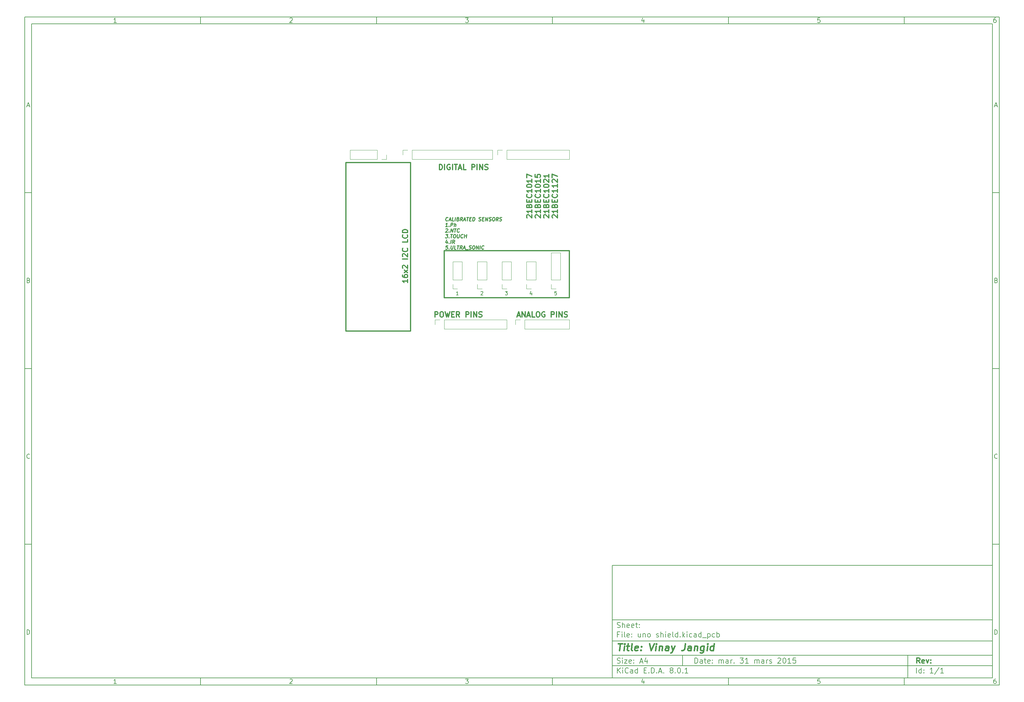
<source format=gbr>
%TF.GenerationSoftware,KiCad,Pcbnew,8.0.1*%
%TF.CreationDate,2024-04-16T15:40:23+05:30*%
%TF.ProjectId,uno shield,756e6f20-7368-4696-956c-642e6b696361,rev?*%
%TF.SameCoordinates,PX5f5e100PY5f5e100*%
%TF.FileFunction,Legend,Top*%
%TF.FilePolarity,Positive*%
%FSLAX46Y46*%
G04 Gerber Fmt 4.6, Leading zero omitted, Abs format (unit mm)*
G04 Created by KiCad (PCBNEW 8.0.1) date 2024-04-16 15:40:23*
%MOMM*%
%LPD*%
G01*
G04 APERTURE LIST*
%ADD10C,0.100000*%
%ADD11C,0.150000*%
%ADD12C,0.300000*%
%ADD13C,0.400000*%
%ADD14C,0.350000*%
%ADD15C,0.250000*%
%ADD16C,0.120000*%
G04 APERTURE END LIST*
D10*
D11*
X77002200Y-66007200D02*
X185002200Y-66007200D01*
X185002200Y-98007200D01*
X77002200Y-98007200D01*
X77002200Y-66007200D01*
D10*
D11*
X-90000000Y90000000D02*
X187002200Y90000000D01*
X187002200Y-100007200D01*
X-90000000Y-100007200D01*
X-90000000Y90000000D01*
D10*
D11*
X-88000000Y88000000D02*
X185002200Y88000000D01*
X185002200Y-98007200D01*
X-88000000Y-98007200D01*
X-88000000Y88000000D01*
D10*
D11*
X-40000000Y88000000D02*
X-40000000Y90000000D01*
D10*
D11*
X10000000Y88000000D02*
X10000000Y90000000D01*
D10*
D11*
X60000000Y88000000D02*
X60000000Y90000000D01*
D10*
D11*
X110000000Y88000000D02*
X110000000Y90000000D01*
D10*
D11*
X160000000Y88000000D02*
X160000000Y90000000D01*
D10*
D11*
X-63910840Y88406396D02*
X-64653697Y88406396D01*
X-64282269Y88406396D02*
X-64282269Y89706396D01*
X-64282269Y89706396D02*
X-64406078Y89520681D01*
X-64406078Y89520681D02*
X-64529888Y89396872D01*
X-64529888Y89396872D02*
X-64653697Y89334967D01*
D10*
D11*
X-14653697Y89582586D02*
X-14591793Y89644491D01*
X-14591793Y89644491D02*
X-14467983Y89706396D01*
X-14467983Y89706396D02*
X-14158459Y89706396D01*
X-14158459Y89706396D02*
X-14034650Y89644491D01*
X-14034650Y89644491D02*
X-13972745Y89582586D01*
X-13972745Y89582586D02*
X-13910840Y89458777D01*
X-13910840Y89458777D02*
X-13910840Y89334967D01*
X-13910840Y89334967D02*
X-13972745Y89149253D01*
X-13972745Y89149253D02*
X-14715602Y88406396D01*
X-14715602Y88406396D02*
X-13910840Y88406396D01*
D10*
D11*
X35284398Y89706396D02*
X36089160Y89706396D01*
X36089160Y89706396D02*
X35655826Y89211158D01*
X35655826Y89211158D02*
X35841541Y89211158D01*
X35841541Y89211158D02*
X35965350Y89149253D01*
X35965350Y89149253D02*
X36027255Y89087348D01*
X36027255Y89087348D02*
X36089160Y88963539D01*
X36089160Y88963539D02*
X36089160Y88654015D01*
X36089160Y88654015D02*
X36027255Y88530205D01*
X36027255Y88530205D02*
X35965350Y88468300D01*
X35965350Y88468300D02*
X35841541Y88406396D01*
X35841541Y88406396D02*
X35470112Y88406396D01*
X35470112Y88406396D02*
X35346303Y88468300D01*
X35346303Y88468300D02*
X35284398Y88530205D01*
D10*
D11*
X85965350Y89273062D02*
X85965350Y88406396D01*
X85655826Y89768300D02*
X85346303Y88839729D01*
X85346303Y88839729D02*
X86151064Y88839729D01*
D10*
D11*
X136027255Y89706396D02*
X135408207Y89706396D01*
X135408207Y89706396D02*
X135346303Y89087348D01*
X135346303Y89087348D02*
X135408207Y89149253D01*
X135408207Y89149253D02*
X135532017Y89211158D01*
X135532017Y89211158D02*
X135841541Y89211158D01*
X135841541Y89211158D02*
X135965350Y89149253D01*
X135965350Y89149253D02*
X136027255Y89087348D01*
X136027255Y89087348D02*
X136089160Y88963539D01*
X136089160Y88963539D02*
X136089160Y88654015D01*
X136089160Y88654015D02*
X136027255Y88530205D01*
X136027255Y88530205D02*
X135965350Y88468300D01*
X135965350Y88468300D02*
X135841541Y88406396D01*
X135841541Y88406396D02*
X135532017Y88406396D01*
X135532017Y88406396D02*
X135408207Y88468300D01*
X135408207Y88468300D02*
X135346303Y88530205D01*
D10*
D11*
X185965350Y89706396D02*
X185717731Y89706396D01*
X185717731Y89706396D02*
X185593922Y89644491D01*
X185593922Y89644491D02*
X185532017Y89582586D01*
X185532017Y89582586D02*
X185408207Y89396872D01*
X185408207Y89396872D02*
X185346303Y89149253D01*
X185346303Y89149253D02*
X185346303Y88654015D01*
X185346303Y88654015D02*
X185408207Y88530205D01*
X185408207Y88530205D02*
X185470112Y88468300D01*
X185470112Y88468300D02*
X185593922Y88406396D01*
X185593922Y88406396D02*
X185841541Y88406396D01*
X185841541Y88406396D02*
X185965350Y88468300D01*
X185965350Y88468300D02*
X186027255Y88530205D01*
X186027255Y88530205D02*
X186089160Y88654015D01*
X186089160Y88654015D02*
X186089160Y88963539D01*
X186089160Y88963539D02*
X186027255Y89087348D01*
X186027255Y89087348D02*
X185965350Y89149253D01*
X185965350Y89149253D02*
X185841541Y89211158D01*
X185841541Y89211158D02*
X185593922Y89211158D01*
X185593922Y89211158D02*
X185470112Y89149253D01*
X185470112Y89149253D02*
X185408207Y89087348D01*
X185408207Y89087348D02*
X185346303Y88963539D01*
D10*
D11*
X-40000000Y-98007200D02*
X-40000000Y-100007200D01*
D10*
D11*
X10000000Y-98007200D02*
X10000000Y-100007200D01*
D10*
D11*
X60000000Y-98007200D02*
X60000000Y-100007200D01*
D10*
D11*
X110000000Y-98007200D02*
X110000000Y-100007200D01*
D10*
D11*
X160000000Y-98007200D02*
X160000000Y-100007200D01*
D10*
D11*
X-63910840Y-99600804D02*
X-64653697Y-99600804D01*
X-64282269Y-99600804D02*
X-64282269Y-98300804D01*
X-64282269Y-98300804D02*
X-64406078Y-98486519D01*
X-64406078Y-98486519D02*
X-64529888Y-98610328D01*
X-64529888Y-98610328D02*
X-64653697Y-98672233D01*
D10*
D11*
X-14653697Y-98424614D02*
X-14591793Y-98362709D01*
X-14591793Y-98362709D02*
X-14467983Y-98300804D01*
X-14467983Y-98300804D02*
X-14158459Y-98300804D01*
X-14158459Y-98300804D02*
X-14034650Y-98362709D01*
X-14034650Y-98362709D02*
X-13972745Y-98424614D01*
X-13972745Y-98424614D02*
X-13910840Y-98548423D01*
X-13910840Y-98548423D02*
X-13910840Y-98672233D01*
X-13910840Y-98672233D02*
X-13972745Y-98857947D01*
X-13972745Y-98857947D02*
X-14715602Y-99600804D01*
X-14715602Y-99600804D02*
X-13910840Y-99600804D01*
D10*
D11*
X35284398Y-98300804D02*
X36089160Y-98300804D01*
X36089160Y-98300804D02*
X35655826Y-98796042D01*
X35655826Y-98796042D02*
X35841541Y-98796042D01*
X35841541Y-98796042D02*
X35965350Y-98857947D01*
X35965350Y-98857947D02*
X36027255Y-98919852D01*
X36027255Y-98919852D02*
X36089160Y-99043661D01*
X36089160Y-99043661D02*
X36089160Y-99353185D01*
X36089160Y-99353185D02*
X36027255Y-99476995D01*
X36027255Y-99476995D02*
X35965350Y-99538900D01*
X35965350Y-99538900D02*
X35841541Y-99600804D01*
X35841541Y-99600804D02*
X35470112Y-99600804D01*
X35470112Y-99600804D02*
X35346303Y-99538900D01*
X35346303Y-99538900D02*
X35284398Y-99476995D01*
D10*
D11*
X85965350Y-98734138D02*
X85965350Y-99600804D01*
X85655826Y-98238900D02*
X85346303Y-99167471D01*
X85346303Y-99167471D02*
X86151064Y-99167471D01*
D10*
D11*
X136027255Y-98300804D02*
X135408207Y-98300804D01*
X135408207Y-98300804D02*
X135346303Y-98919852D01*
X135346303Y-98919852D02*
X135408207Y-98857947D01*
X135408207Y-98857947D02*
X135532017Y-98796042D01*
X135532017Y-98796042D02*
X135841541Y-98796042D01*
X135841541Y-98796042D02*
X135965350Y-98857947D01*
X135965350Y-98857947D02*
X136027255Y-98919852D01*
X136027255Y-98919852D02*
X136089160Y-99043661D01*
X136089160Y-99043661D02*
X136089160Y-99353185D01*
X136089160Y-99353185D02*
X136027255Y-99476995D01*
X136027255Y-99476995D02*
X135965350Y-99538900D01*
X135965350Y-99538900D02*
X135841541Y-99600804D01*
X135841541Y-99600804D02*
X135532017Y-99600804D01*
X135532017Y-99600804D02*
X135408207Y-99538900D01*
X135408207Y-99538900D02*
X135346303Y-99476995D01*
D10*
D11*
X185965350Y-98300804D02*
X185717731Y-98300804D01*
X185717731Y-98300804D02*
X185593922Y-98362709D01*
X185593922Y-98362709D02*
X185532017Y-98424614D01*
X185532017Y-98424614D02*
X185408207Y-98610328D01*
X185408207Y-98610328D02*
X185346303Y-98857947D01*
X185346303Y-98857947D02*
X185346303Y-99353185D01*
X185346303Y-99353185D02*
X185408207Y-99476995D01*
X185408207Y-99476995D02*
X185470112Y-99538900D01*
X185470112Y-99538900D02*
X185593922Y-99600804D01*
X185593922Y-99600804D02*
X185841541Y-99600804D01*
X185841541Y-99600804D02*
X185965350Y-99538900D01*
X185965350Y-99538900D02*
X186027255Y-99476995D01*
X186027255Y-99476995D02*
X186089160Y-99353185D01*
X186089160Y-99353185D02*
X186089160Y-99043661D01*
X186089160Y-99043661D02*
X186027255Y-98919852D01*
X186027255Y-98919852D02*
X185965350Y-98857947D01*
X185965350Y-98857947D02*
X185841541Y-98796042D01*
X185841541Y-98796042D02*
X185593922Y-98796042D01*
X185593922Y-98796042D02*
X185470112Y-98857947D01*
X185470112Y-98857947D02*
X185408207Y-98919852D01*
X185408207Y-98919852D02*
X185346303Y-99043661D01*
D10*
D11*
X-90000000Y40000000D02*
X-88000000Y40000000D01*
D10*
D11*
X-90000000Y-10000000D02*
X-88000000Y-10000000D01*
D10*
D11*
X-90000000Y-60000000D02*
X-88000000Y-60000000D01*
D10*
D11*
X-89309524Y64777824D02*
X-88690477Y64777824D01*
X-89433334Y64406396D02*
X-89000001Y65706396D01*
X-89000001Y65706396D02*
X-88566667Y64406396D01*
D10*
D11*
X-88907143Y15087348D02*
X-88721429Y15025443D01*
X-88721429Y15025443D02*
X-88659524Y14963539D01*
X-88659524Y14963539D02*
X-88597620Y14839729D01*
X-88597620Y14839729D02*
X-88597620Y14654015D01*
X-88597620Y14654015D02*
X-88659524Y14530205D01*
X-88659524Y14530205D02*
X-88721429Y14468300D01*
X-88721429Y14468300D02*
X-88845239Y14406396D01*
X-88845239Y14406396D02*
X-89340477Y14406396D01*
X-89340477Y14406396D02*
X-89340477Y15706396D01*
X-89340477Y15706396D02*
X-88907143Y15706396D01*
X-88907143Y15706396D02*
X-88783334Y15644491D01*
X-88783334Y15644491D02*
X-88721429Y15582586D01*
X-88721429Y15582586D02*
X-88659524Y15458777D01*
X-88659524Y15458777D02*
X-88659524Y15334967D01*
X-88659524Y15334967D02*
X-88721429Y15211158D01*
X-88721429Y15211158D02*
X-88783334Y15149253D01*
X-88783334Y15149253D02*
X-88907143Y15087348D01*
X-88907143Y15087348D02*
X-89340477Y15087348D01*
D10*
D11*
X-88597620Y-35469795D02*
X-88659524Y-35531700D01*
X-88659524Y-35531700D02*
X-88845239Y-35593604D01*
X-88845239Y-35593604D02*
X-88969048Y-35593604D01*
X-88969048Y-35593604D02*
X-89154762Y-35531700D01*
X-89154762Y-35531700D02*
X-89278572Y-35407890D01*
X-89278572Y-35407890D02*
X-89340477Y-35284080D01*
X-89340477Y-35284080D02*
X-89402381Y-35036461D01*
X-89402381Y-35036461D02*
X-89402381Y-34850747D01*
X-89402381Y-34850747D02*
X-89340477Y-34603128D01*
X-89340477Y-34603128D02*
X-89278572Y-34479319D01*
X-89278572Y-34479319D02*
X-89154762Y-34355509D01*
X-89154762Y-34355509D02*
X-88969048Y-34293604D01*
X-88969048Y-34293604D02*
X-88845239Y-34293604D01*
X-88845239Y-34293604D02*
X-88659524Y-34355509D01*
X-88659524Y-34355509D02*
X-88597620Y-34417414D01*
D10*
D11*
X-89340477Y-85593604D02*
X-89340477Y-84293604D01*
X-89340477Y-84293604D02*
X-89030953Y-84293604D01*
X-89030953Y-84293604D02*
X-88845239Y-84355509D01*
X-88845239Y-84355509D02*
X-88721429Y-84479319D01*
X-88721429Y-84479319D02*
X-88659524Y-84603128D01*
X-88659524Y-84603128D02*
X-88597620Y-84850747D01*
X-88597620Y-84850747D02*
X-88597620Y-85036461D01*
X-88597620Y-85036461D02*
X-88659524Y-85284080D01*
X-88659524Y-85284080D02*
X-88721429Y-85407890D01*
X-88721429Y-85407890D02*
X-88845239Y-85531700D01*
X-88845239Y-85531700D02*
X-89030953Y-85593604D01*
X-89030953Y-85593604D02*
X-89340477Y-85593604D01*
D10*
D11*
X187002200Y40000000D02*
X185002200Y40000000D01*
D10*
D11*
X187002200Y-10000000D02*
X185002200Y-10000000D01*
D10*
D11*
X187002200Y-60000000D02*
X185002200Y-60000000D01*
D10*
D11*
X185692676Y64777824D02*
X186311723Y64777824D01*
X185568866Y64406396D02*
X186002199Y65706396D01*
X186002199Y65706396D02*
X186435533Y64406396D01*
D10*
D11*
X186095057Y15087348D02*
X186280771Y15025443D01*
X186280771Y15025443D02*
X186342676Y14963539D01*
X186342676Y14963539D02*
X186404580Y14839729D01*
X186404580Y14839729D02*
X186404580Y14654015D01*
X186404580Y14654015D02*
X186342676Y14530205D01*
X186342676Y14530205D02*
X186280771Y14468300D01*
X186280771Y14468300D02*
X186156961Y14406396D01*
X186156961Y14406396D02*
X185661723Y14406396D01*
X185661723Y14406396D02*
X185661723Y15706396D01*
X185661723Y15706396D02*
X186095057Y15706396D01*
X186095057Y15706396D02*
X186218866Y15644491D01*
X186218866Y15644491D02*
X186280771Y15582586D01*
X186280771Y15582586D02*
X186342676Y15458777D01*
X186342676Y15458777D02*
X186342676Y15334967D01*
X186342676Y15334967D02*
X186280771Y15211158D01*
X186280771Y15211158D02*
X186218866Y15149253D01*
X186218866Y15149253D02*
X186095057Y15087348D01*
X186095057Y15087348D02*
X185661723Y15087348D01*
D10*
D11*
X186404580Y-35469795D02*
X186342676Y-35531700D01*
X186342676Y-35531700D02*
X186156961Y-35593604D01*
X186156961Y-35593604D02*
X186033152Y-35593604D01*
X186033152Y-35593604D02*
X185847438Y-35531700D01*
X185847438Y-35531700D02*
X185723628Y-35407890D01*
X185723628Y-35407890D02*
X185661723Y-35284080D01*
X185661723Y-35284080D02*
X185599819Y-35036461D01*
X185599819Y-35036461D02*
X185599819Y-34850747D01*
X185599819Y-34850747D02*
X185661723Y-34603128D01*
X185661723Y-34603128D02*
X185723628Y-34479319D01*
X185723628Y-34479319D02*
X185847438Y-34355509D01*
X185847438Y-34355509D02*
X186033152Y-34293604D01*
X186033152Y-34293604D02*
X186156961Y-34293604D01*
X186156961Y-34293604D02*
X186342676Y-34355509D01*
X186342676Y-34355509D02*
X186404580Y-34417414D01*
D10*
D11*
X185661723Y-85593604D02*
X185661723Y-84293604D01*
X185661723Y-84293604D02*
X185971247Y-84293604D01*
X185971247Y-84293604D02*
X186156961Y-84355509D01*
X186156961Y-84355509D02*
X186280771Y-84479319D01*
X186280771Y-84479319D02*
X186342676Y-84603128D01*
X186342676Y-84603128D02*
X186404580Y-84850747D01*
X186404580Y-84850747D02*
X186404580Y-85036461D01*
X186404580Y-85036461D02*
X186342676Y-85284080D01*
X186342676Y-85284080D02*
X186280771Y-85407890D01*
X186280771Y-85407890D02*
X186156961Y-85531700D01*
X186156961Y-85531700D02*
X185971247Y-85593604D01*
X185971247Y-85593604D02*
X185661723Y-85593604D01*
D10*
D11*
X100458026Y-93793328D02*
X100458026Y-92293328D01*
X100458026Y-92293328D02*
X100815169Y-92293328D01*
X100815169Y-92293328D02*
X101029455Y-92364757D01*
X101029455Y-92364757D02*
X101172312Y-92507614D01*
X101172312Y-92507614D02*
X101243741Y-92650471D01*
X101243741Y-92650471D02*
X101315169Y-92936185D01*
X101315169Y-92936185D02*
X101315169Y-93150471D01*
X101315169Y-93150471D02*
X101243741Y-93436185D01*
X101243741Y-93436185D02*
X101172312Y-93579042D01*
X101172312Y-93579042D02*
X101029455Y-93721900D01*
X101029455Y-93721900D02*
X100815169Y-93793328D01*
X100815169Y-93793328D02*
X100458026Y-93793328D01*
X102600884Y-93793328D02*
X102600884Y-93007614D01*
X102600884Y-93007614D02*
X102529455Y-92864757D01*
X102529455Y-92864757D02*
X102386598Y-92793328D01*
X102386598Y-92793328D02*
X102100884Y-92793328D01*
X102100884Y-92793328D02*
X101958026Y-92864757D01*
X102600884Y-93721900D02*
X102458026Y-93793328D01*
X102458026Y-93793328D02*
X102100884Y-93793328D01*
X102100884Y-93793328D02*
X101958026Y-93721900D01*
X101958026Y-93721900D02*
X101886598Y-93579042D01*
X101886598Y-93579042D02*
X101886598Y-93436185D01*
X101886598Y-93436185D02*
X101958026Y-93293328D01*
X101958026Y-93293328D02*
X102100884Y-93221900D01*
X102100884Y-93221900D02*
X102458026Y-93221900D01*
X102458026Y-93221900D02*
X102600884Y-93150471D01*
X103100884Y-92793328D02*
X103672312Y-92793328D01*
X103315169Y-92293328D02*
X103315169Y-93579042D01*
X103315169Y-93579042D02*
X103386598Y-93721900D01*
X103386598Y-93721900D02*
X103529455Y-93793328D01*
X103529455Y-93793328D02*
X103672312Y-93793328D01*
X104743741Y-93721900D02*
X104600884Y-93793328D01*
X104600884Y-93793328D02*
X104315170Y-93793328D01*
X104315170Y-93793328D02*
X104172312Y-93721900D01*
X104172312Y-93721900D02*
X104100884Y-93579042D01*
X104100884Y-93579042D02*
X104100884Y-93007614D01*
X104100884Y-93007614D02*
X104172312Y-92864757D01*
X104172312Y-92864757D02*
X104315170Y-92793328D01*
X104315170Y-92793328D02*
X104600884Y-92793328D01*
X104600884Y-92793328D02*
X104743741Y-92864757D01*
X104743741Y-92864757D02*
X104815170Y-93007614D01*
X104815170Y-93007614D02*
X104815170Y-93150471D01*
X104815170Y-93150471D02*
X104100884Y-93293328D01*
X105458026Y-93650471D02*
X105529455Y-93721900D01*
X105529455Y-93721900D02*
X105458026Y-93793328D01*
X105458026Y-93793328D02*
X105386598Y-93721900D01*
X105386598Y-93721900D02*
X105458026Y-93650471D01*
X105458026Y-93650471D02*
X105458026Y-93793328D01*
X105458026Y-92864757D02*
X105529455Y-92936185D01*
X105529455Y-92936185D02*
X105458026Y-93007614D01*
X105458026Y-93007614D02*
X105386598Y-92936185D01*
X105386598Y-92936185D02*
X105458026Y-92864757D01*
X105458026Y-92864757D02*
X105458026Y-93007614D01*
X107315169Y-93793328D02*
X107315169Y-92793328D01*
X107315169Y-92936185D02*
X107386598Y-92864757D01*
X107386598Y-92864757D02*
X107529455Y-92793328D01*
X107529455Y-92793328D02*
X107743741Y-92793328D01*
X107743741Y-92793328D02*
X107886598Y-92864757D01*
X107886598Y-92864757D02*
X107958027Y-93007614D01*
X107958027Y-93007614D02*
X107958027Y-93793328D01*
X107958027Y-93007614D02*
X108029455Y-92864757D01*
X108029455Y-92864757D02*
X108172312Y-92793328D01*
X108172312Y-92793328D02*
X108386598Y-92793328D01*
X108386598Y-92793328D02*
X108529455Y-92864757D01*
X108529455Y-92864757D02*
X108600884Y-93007614D01*
X108600884Y-93007614D02*
X108600884Y-93793328D01*
X109958027Y-93793328D02*
X109958027Y-93007614D01*
X109958027Y-93007614D02*
X109886598Y-92864757D01*
X109886598Y-92864757D02*
X109743741Y-92793328D01*
X109743741Y-92793328D02*
X109458027Y-92793328D01*
X109458027Y-92793328D02*
X109315169Y-92864757D01*
X109958027Y-93721900D02*
X109815169Y-93793328D01*
X109815169Y-93793328D02*
X109458027Y-93793328D01*
X109458027Y-93793328D02*
X109315169Y-93721900D01*
X109315169Y-93721900D02*
X109243741Y-93579042D01*
X109243741Y-93579042D02*
X109243741Y-93436185D01*
X109243741Y-93436185D02*
X109315169Y-93293328D01*
X109315169Y-93293328D02*
X109458027Y-93221900D01*
X109458027Y-93221900D02*
X109815169Y-93221900D01*
X109815169Y-93221900D02*
X109958027Y-93150471D01*
X110672312Y-93793328D02*
X110672312Y-92793328D01*
X110672312Y-93079042D02*
X110743741Y-92936185D01*
X110743741Y-92936185D02*
X110815170Y-92864757D01*
X110815170Y-92864757D02*
X110958027Y-92793328D01*
X110958027Y-92793328D02*
X111100884Y-92793328D01*
X111600883Y-93650471D02*
X111672312Y-93721900D01*
X111672312Y-93721900D02*
X111600883Y-93793328D01*
X111600883Y-93793328D02*
X111529455Y-93721900D01*
X111529455Y-93721900D02*
X111600883Y-93650471D01*
X111600883Y-93650471D02*
X111600883Y-93793328D01*
X113315169Y-92293328D02*
X114243741Y-92293328D01*
X114243741Y-92293328D02*
X113743741Y-92864757D01*
X113743741Y-92864757D02*
X113958026Y-92864757D01*
X113958026Y-92864757D02*
X114100884Y-92936185D01*
X114100884Y-92936185D02*
X114172312Y-93007614D01*
X114172312Y-93007614D02*
X114243741Y-93150471D01*
X114243741Y-93150471D02*
X114243741Y-93507614D01*
X114243741Y-93507614D02*
X114172312Y-93650471D01*
X114172312Y-93650471D02*
X114100884Y-93721900D01*
X114100884Y-93721900D02*
X113958026Y-93793328D01*
X113958026Y-93793328D02*
X113529455Y-93793328D01*
X113529455Y-93793328D02*
X113386598Y-93721900D01*
X113386598Y-93721900D02*
X113315169Y-93650471D01*
X115672312Y-93793328D02*
X114815169Y-93793328D01*
X115243740Y-93793328D02*
X115243740Y-92293328D01*
X115243740Y-92293328D02*
X115100883Y-92507614D01*
X115100883Y-92507614D02*
X114958026Y-92650471D01*
X114958026Y-92650471D02*
X114815169Y-92721900D01*
X117458025Y-93793328D02*
X117458025Y-92793328D01*
X117458025Y-92936185D02*
X117529454Y-92864757D01*
X117529454Y-92864757D02*
X117672311Y-92793328D01*
X117672311Y-92793328D02*
X117886597Y-92793328D01*
X117886597Y-92793328D02*
X118029454Y-92864757D01*
X118029454Y-92864757D02*
X118100883Y-93007614D01*
X118100883Y-93007614D02*
X118100883Y-93793328D01*
X118100883Y-93007614D02*
X118172311Y-92864757D01*
X118172311Y-92864757D02*
X118315168Y-92793328D01*
X118315168Y-92793328D02*
X118529454Y-92793328D01*
X118529454Y-92793328D02*
X118672311Y-92864757D01*
X118672311Y-92864757D02*
X118743740Y-93007614D01*
X118743740Y-93007614D02*
X118743740Y-93793328D01*
X120100883Y-93793328D02*
X120100883Y-93007614D01*
X120100883Y-93007614D02*
X120029454Y-92864757D01*
X120029454Y-92864757D02*
X119886597Y-92793328D01*
X119886597Y-92793328D02*
X119600883Y-92793328D01*
X119600883Y-92793328D02*
X119458025Y-92864757D01*
X120100883Y-93721900D02*
X119958025Y-93793328D01*
X119958025Y-93793328D02*
X119600883Y-93793328D01*
X119600883Y-93793328D02*
X119458025Y-93721900D01*
X119458025Y-93721900D02*
X119386597Y-93579042D01*
X119386597Y-93579042D02*
X119386597Y-93436185D01*
X119386597Y-93436185D02*
X119458025Y-93293328D01*
X119458025Y-93293328D02*
X119600883Y-93221900D01*
X119600883Y-93221900D02*
X119958025Y-93221900D01*
X119958025Y-93221900D02*
X120100883Y-93150471D01*
X120815168Y-93793328D02*
X120815168Y-92793328D01*
X120815168Y-93079042D02*
X120886597Y-92936185D01*
X120886597Y-92936185D02*
X120958026Y-92864757D01*
X120958026Y-92864757D02*
X121100883Y-92793328D01*
X121100883Y-92793328D02*
X121243740Y-92793328D01*
X121672311Y-93721900D02*
X121815168Y-93793328D01*
X121815168Y-93793328D02*
X122100882Y-93793328D01*
X122100882Y-93793328D02*
X122243739Y-93721900D01*
X122243739Y-93721900D02*
X122315168Y-93579042D01*
X122315168Y-93579042D02*
X122315168Y-93507614D01*
X122315168Y-93507614D02*
X122243739Y-93364757D01*
X122243739Y-93364757D02*
X122100882Y-93293328D01*
X122100882Y-93293328D02*
X121886597Y-93293328D01*
X121886597Y-93293328D02*
X121743739Y-93221900D01*
X121743739Y-93221900D02*
X121672311Y-93079042D01*
X121672311Y-93079042D02*
X121672311Y-93007614D01*
X121672311Y-93007614D02*
X121743739Y-92864757D01*
X121743739Y-92864757D02*
X121886597Y-92793328D01*
X121886597Y-92793328D02*
X122100882Y-92793328D01*
X122100882Y-92793328D02*
X122243739Y-92864757D01*
X124029454Y-92436185D02*
X124100882Y-92364757D01*
X124100882Y-92364757D02*
X124243740Y-92293328D01*
X124243740Y-92293328D02*
X124600882Y-92293328D01*
X124600882Y-92293328D02*
X124743740Y-92364757D01*
X124743740Y-92364757D02*
X124815168Y-92436185D01*
X124815168Y-92436185D02*
X124886597Y-92579042D01*
X124886597Y-92579042D02*
X124886597Y-92721900D01*
X124886597Y-92721900D02*
X124815168Y-92936185D01*
X124815168Y-92936185D02*
X123958025Y-93793328D01*
X123958025Y-93793328D02*
X124886597Y-93793328D01*
X125815168Y-92293328D02*
X125958025Y-92293328D01*
X125958025Y-92293328D02*
X126100882Y-92364757D01*
X126100882Y-92364757D02*
X126172311Y-92436185D01*
X126172311Y-92436185D02*
X126243739Y-92579042D01*
X126243739Y-92579042D02*
X126315168Y-92864757D01*
X126315168Y-92864757D02*
X126315168Y-93221900D01*
X126315168Y-93221900D02*
X126243739Y-93507614D01*
X126243739Y-93507614D02*
X126172311Y-93650471D01*
X126172311Y-93650471D02*
X126100882Y-93721900D01*
X126100882Y-93721900D02*
X125958025Y-93793328D01*
X125958025Y-93793328D02*
X125815168Y-93793328D01*
X125815168Y-93793328D02*
X125672311Y-93721900D01*
X125672311Y-93721900D02*
X125600882Y-93650471D01*
X125600882Y-93650471D02*
X125529453Y-93507614D01*
X125529453Y-93507614D02*
X125458025Y-93221900D01*
X125458025Y-93221900D02*
X125458025Y-92864757D01*
X125458025Y-92864757D02*
X125529453Y-92579042D01*
X125529453Y-92579042D02*
X125600882Y-92436185D01*
X125600882Y-92436185D02*
X125672311Y-92364757D01*
X125672311Y-92364757D02*
X125815168Y-92293328D01*
X127743739Y-93793328D02*
X126886596Y-93793328D01*
X127315167Y-93793328D02*
X127315167Y-92293328D01*
X127315167Y-92293328D02*
X127172310Y-92507614D01*
X127172310Y-92507614D02*
X127029453Y-92650471D01*
X127029453Y-92650471D02*
X126886596Y-92721900D01*
X129100881Y-92293328D02*
X128386595Y-92293328D01*
X128386595Y-92293328D02*
X128315167Y-93007614D01*
X128315167Y-93007614D02*
X128386595Y-92936185D01*
X128386595Y-92936185D02*
X128529453Y-92864757D01*
X128529453Y-92864757D02*
X128886595Y-92864757D01*
X128886595Y-92864757D02*
X129029453Y-92936185D01*
X129029453Y-92936185D02*
X129100881Y-93007614D01*
X129100881Y-93007614D02*
X129172310Y-93150471D01*
X129172310Y-93150471D02*
X129172310Y-93507614D01*
X129172310Y-93507614D02*
X129100881Y-93650471D01*
X129100881Y-93650471D02*
X129029453Y-93721900D01*
X129029453Y-93721900D02*
X128886595Y-93793328D01*
X128886595Y-93793328D02*
X128529453Y-93793328D01*
X128529453Y-93793328D02*
X128386595Y-93721900D01*
X128386595Y-93721900D02*
X128315167Y-93650471D01*
D10*
D11*
X77002200Y-94507200D02*
X185002200Y-94507200D01*
D10*
D11*
X78458026Y-96593328D02*
X78458026Y-95093328D01*
X79315169Y-96593328D02*
X78672312Y-95736185D01*
X79315169Y-95093328D02*
X78458026Y-95950471D01*
X79958026Y-96593328D02*
X79958026Y-95593328D01*
X79958026Y-95093328D02*
X79886598Y-95164757D01*
X79886598Y-95164757D02*
X79958026Y-95236185D01*
X79958026Y-95236185D02*
X80029455Y-95164757D01*
X80029455Y-95164757D02*
X79958026Y-95093328D01*
X79958026Y-95093328D02*
X79958026Y-95236185D01*
X81529455Y-96450471D02*
X81458027Y-96521900D01*
X81458027Y-96521900D02*
X81243741Y-96593328D01*
X81243741Y-96593328D02*
X81100884Y-96593328D01*
X81100884Y-96593328D02*
X80886598Y-96521900D01*
X80886598Y-96521900D02*
X80743741Y-96379042D01*
X80743741Y-96379042D02*
X80672312Y-96236185D01*
X80672312Y-96236185D02*
X80600884Y-95950471D01*
X80600884Y-95950471D02*
X80600884Y-95736185D01*
X80600884Y-95736185D02*
X80672312Y-95450471D01*
X80672312Y-95450471D02*
X80743741Y-95307614D01*
X80743741Y-95307614D02*
X80886598Y-95164757D01*
X80886598Y-95164757D02*
X81100884Y-95093328D01*
X81100884Y-95093328D02*
X81243741Y-95093328D01*
X81243741Y-95093328D02*
X81458027Y-95164757D01*
X81458027Y-95164757D02*
X81529455Y-95236185D01*
X82815170Y-96593328D02*
X82815170Y-95807614D01*
X82815170Y-95807614D02*
X82743741Y-95664757D01*
X82743741Y-95664757D02*
X82600884Y-95593328D01*
X82600884Y-95593328D02*
X82315170Y-95593328D01*
X82315170Y-95593328D02*
X82172312Y-95664757D01*
X82815170Y-96521900D02*
X82672312Y-96593328D01*
X82672312Y-96593328D02*
X82315170Y-96593328D01*
X82315170Y-96593328D02*
X82172312Y-96521900D01*
X82172312Y-96521900D02*
X82100884Y-96379042D01*
X82100884Y-96379042D02*
X82100884Y-96236185D01*
X82100884Y-96236185D02*
X82172312Y-96093328D01*
X82172312Y-96093328D02*
X82315170Y-96021900D01*
X82315170Y-96021900D02*
X82672312Y-96021900D01*
X82672312Y-96021900D02*
X82815170Y-95950471D01*
X84172313Y-96593328D02*
X84172313Y-95093328D01*
X84172313Y-96521900D02*
X84029455Y-96593328D01*
X84029455Y-96593328D02*
X83743741Y-96593328D01*
X83743741Y-96593328D02*
X83600884Y-96521900D01*
X83600884Y-96521900D02*
X83529455Y-96450471D01*
X83529455Y-96450471D02*
X83458027Y-96307614D01*
X83458027Y-96307614D02*
X83458027Y-95879042D01*
X83458027Y-95879042D02*
X83529455Y-95736185D01*
X83529455Y-95736185D02*
X83600884Y-95664757D01*
X83600884Y-95664757D02*
X83743741Y-95593328D01*
X83743741Y-95593328D02*
X84029455Y-95593328D01*
X84029455Y-95593328D02*
X84172313Y-95664757D01*
X86029455Y-95807614D02*
X86529455Y-95807614D01*
X86743741Y-96593328D02*
X86029455Y-96593328D01*
X86029455Y-96593328D02*
X86029455Y-95093328D01*
X86029455Y-95093328D02*
X86743741Y-95093328D01*
X87386598Y-96450471D02*
X87458027Y-96521900D01*
X87458027Y-96521900D02*
X87386598Y-96593328D01*
X87386598Y-96593328D02*
X87315170Y-96521900D01*
X87315170Y-96521900D02*
X87386598Y-96450471D01*
X87386598Y-96450471D02*
X87386598Y-96593328D01*
X88100884Y-96593328D02*
X88100884Y-95093328D01*
X88100884Y-95093328D02*
X88458027Y-95093328D01*
X88458027Y-95093328D02*
X88672313Y-95164757D01*
X88672313Y-95164757D02*
X88815170Y-95307614D01*
X88815170Y-95307614D02*
X88886599Y-95450471D01*
X88886599Y-95450471D02*
X88958027Y-95736185D01*
X88958027Y-95736185D02*
X88958027Y-95950471D01*
X88958027Y-95950471D02*
X88886599Y-96236185D01*
X88886599Y-96236185D02*
X88815170Y-96379042D01*
X88815170Y-96379042D02*
X88672313Y-96521900D01*
X88672313Y-96521900D02*
X88458027Y-96593328D01*
X88458027Y-96593328D02*
X88100884Y-96593328D01*
X89600884Y-96450471D02*
X89672313Y-96521900D01*
X89672313Y-96521900D02*
X89600884Y-96593328D01*
X89600884Y-96593328D02*
X89529456Y-96521900D01*
X89529456Y-96521900D02*
X89600884Y-96450471D01*
X89600884Y-96450471D02*
X89600884Y-96593328D01*
X90243742Y-96164757D02*
X90958028Y-96164757D01*
X90100885Y-96593328D02*
X90600885Y-95093328D01*
X90600885Y-95093328D02*
X91100885Y-96593328D01*
X91600884Y-96450471D02*
X91672313Y-96521900D01*
X91672313Y-96521900D02*
X91600884Y-96593328D01*
X91600884Y-96593328D02*
X91529456Y-96521900D01*
X91529456Y-96521900D02*
X91600884Y-96450471D01*
X91600884Y-96450471D02*
X91600884Y-96593328D01*
X93672313Y-95736185D02*
X93529456Y-95664757D01*
X93529456Y-95664757D02*
X93458027Y-95593328D01*
X93458027Y-95593328D02*
X93386599Y-95450471D01*
X93386599Y-95450471D02*
X93386599Y-95379042D01*
X93386599Y-95379042D02*
X93458027Y-95236185D01*
X93458027Y-95236185D02*
X93529456Y-95164757D01*
X93529456Y-95164757D02*
X93672313Y-95093328D01*
X93672313Y-95093328D02*
X93958027Y-95093328D01*
X93958027Y-95093328D02*
X94100885Y-95164757D01*
X94100885Y-95164757D02*
X94172313Y-95236185D01*
X94172313Y-95236185D02*
X94243742Y-95379042D01*
X94243742Y-95379042D02*
X94243742Y-95450471D01*
X94243742Y-95450471D02*
X94172313Y-95593328D01*
X94172313Y-95593328D02*
X94100885Y-95664757D01*
X94100885Y-95664757D02*
X93958027Y-95736185D01*
X93958027Y-95736185D02*
X93672313Y-95736185D01*
X93672313Y-95736185D02*
X93529456Y-95807614D01*
X93529456Y-95807614D02*
X93458027Y-95879042D01*
X93458027Y-95879042D02*
X93386599Y-96021900D01*
X93386599Y-96021900D02*
X93386599Y-96307614D01*
X93386599Y-96307614D02*
X93458027Y-96450471D01*
X93458027Y-96450471D02*
X93529456Y-96521900D01*
X93529456Y-96521900D02*
X93672313Y-96593328D01*
X93672313Y-96593328D02*
X93958027Y-96593328D01*
X93958027Y-96593328D02*
X94100885Y-96521900D01*
X94100885Y-96521900D02*
X94172313Y-96450471D01*
X94172313Y-96450471D02*
X94243742Y-96307614D01*
X94243742Y-96307614D02*
X94243742Y-96021900D01*
X94243742Y-96021900D02*
X94172313Y-95879042D01*
X94172313Y-95879042D02*
X94100885Y-95807614D01*
X94100885Y-95807614D02*
X93958027Y-95736185D01*
X94886598Y-96450471D02*
X94958027Y-96521900D01*
X94958027Y-96521900D02*
X94886598Y-96593328D01*
X94886598Y-96593328D02*
X94815170Y-96521900D01*
X94815170Y-96521900D02*
X94886598Y-96450471D01*
X94886598Y-96450471D02*
X94886598Y-96593328D01*
X95886599Y-95093328D02*
X96029456Y-95093328D01*
X96029456Y-95093328D02*
X96172313Y-95164757D01*
X96172313Y-95164757D02*
X96243742Y-95236185D01*
X96243742Y-95236185D02*
X96315170Y-95379042D01*
X96315170Y-95379042D02*
X96386599Y-95664757D01*
X96386599Y-95664757D02*
X96386599Y-96021900D01*
X96386599Y-96021900D02*
X96315170Y-96307614D01*
X96315170Y-96307614D02*
X96243742Y-96450471D01*
X96243742Y-96450471D02*
X96172313Y-96521900D01*
X96172313Y-96521900D02*
X96029456Y-96593328D01*
X96029456Y-96593328D02*
X95886599Y-96593328D01*
X95886599Y-96593328D02*
X95743742Y-96521900D01*
X95743742Y-96521900D02*
X95672313Y-96450471D01*
X95672313Y-96450471D02*
X95600884Y-96307614D01*
X95600884Y-96307614D02*
X95529456Y-96021900D01*
X95529456Y-96021900D02*
X95529456Y-95664757D01*
X95529456Y-95664757D02*
X95600884Y-95379042D01*
X95600884Y-95379042D02*
X95672313Y-95236185D01*
X95672313Y-95236185D02*
X95743742Y-95164757D01*
X95743742Y-95164757D02*
X95886599Y-95093328D01*
X97029455Y-96450471D02*
X97100884Y-96521900D01*
X97100884Y-96521900D02*
X97029455Y-96593328D01*
X97029455Y-96593328D02*
X96958027Y-96521900D01*
X96958027Y-96521900D02*
X97029455Y-96450471D01*
X97029455Y-96450471D02*
X97029455Y-96593328D01*
X98529456Y-96593328D02*
X97672313Y-96593328D01*
X98100884Y-96593328D02*
X98100884Y-95093328D01*
X98100884Y-95093328D02*
X97958027Y-95307614D01*
X97958027Y-95307614D02*
X97815170Y-95450471D01*
X97815170Y-95450471D02*
X97672313Y-95521900D01*
D10*
D11*
X77002200Y-91507200D02*
X185002200Y-91507200D01*
D10*
D12*
X164413853Y-93785528D02*
X163913853Y-93071242D01*
X163556710Y-93785528D02*
X163556710Y-92285528D01*
X163556710Y-92285528D02*
X164128139Y-92285528D01*
X164128139Y-92285528D02*
X164270996Y-92356957D01*
X164270996Y-92356957D02*
X164342425Y-92428385D01*
X164342425Y-92428385D02*
X164413853Y-92571242D01*
X164413853Y-92571242D02*
X164413853Y-92785528D01*
X164413853Y-92785528D02*
X164342425Y-92928385D01*
X164342425Y-92928385D02*
X164270996Y-92999814D01*
X164270996Y-92999814D02*
X164128139Y-93071242D01*
X164128139Y-93071242D02*
X163556710Y-93071242D01*
X165628139Y-93714100D02*
X165485282Y-93785528D01*
X165485282Y-93785528D02*
X165199568Y-93785528D01*
X165199568Y-93785528D02*
X165056710Y-93714100D01*
X165056710Y-93714100D02*
X164985282Y-93571242D01*
X164985282Y-93571242D02*
X164985282Y-92999814D01*
X164985282Y-92999814D02*
X165056710Y-92856957D01*
X165056710Y-92856957D02*
X165199568Y-92785528D01*
X165199568Y-92785528D02*
X165485282Y-92785528D01*
X165485282Y-92785528D02*
X165628139Y-92856957D01*
X165628139Y-92856957D02*
X165699568Y-92999814D01*
X165699568Y-92999814D02*
X165699568Y-93142671D01*
X165699568Y-93142671D02*
X164985282Y-93285528D01*
X166199567Y-92785528D02*
X166556710Y-93785528D01*
X166556710Y-93785528D02*
X166913853Y-92785528D01*
X167485281Y-93642671D02*
X167556710Y-93714100D01*
X167556710Y-93714100D02*
X167485281Y-93785528D01*
X167485281Y-93785528D02*
X167413853Y-93714100D01*
X167413853Y-93714100D02*
X167485281Y-93642671D01*
X167485281Y-93642671D02*
X167485281Y-93785528D01*
X167485281Y-92856957D02*
X167556710Y-92928385D01*
X167556710Y-92928385D02*
X167485281Y-92999814D01*
X167485281Y-92999814D02*
X167413853Y-92928385D01*
X167413853Y-92928385D02*
X167485281Y-92856957D01*
X167485281Y-92856957D02*
X167485281Y-92999814D01*
D10*
D11*
X78386598Y-93721900D02*
X78600884Y-93793328D01*
X78600884Y-93793328D02*
X78958026Y-93793328D01*
X78958026Y-93793328D02*
X79100884Y-93721900D01*
X79100884Y-93721900D02*
X79172312Y-93650471D01*
X79172312Y-93650471D02*
X79243741Y-93507614D01*
X79243741Y-93507614D02*
X79243741Y-93364757D01*
X79243741Y-93364757D02*
X79172312Y-93221900D01*
X79172312Y-93221900D02*
X79100884Y-93150471D01*
X79100884Y-93150471D02*
X78958026Y-93079042D01*
X78958026Y-93079042D02*
X78672312Y-93007614D01*
X78672312Y-93007614D02*
X78529455Y-92936185D01*
X78529455Y-92936185D02*
X78458026Y-92864757D01*
X78458026Y-92864757D02*
X78386598Y-92721900D01*
X78386598Y-92721900D02*
X78386598Y-92579042D01*
X78386598Y-92579042D02*
X78458026Y-92436185D01*
X78458026Y-92436185D02*
X78529455Y-92364757D01*
X78529455Y-92364757D02*
X78672312Y-92293328D01*
X78672312Y-92293328D02*
X79029455Y-92293328D01*
X79029455Y-92293328D02*
X79243741Y-92364757D01*
X79886597Y-93793328D02*
X79886597Y-92793328D01*
X79886597Y-92293328D02*
X79815169Y-92364757D01*
X79815169Y-92364757D02*
X79886597Y-92436185D01*
X79886597Y-92436185D02*
X79958026Y-92364757D01*
X79958026Y-92364757D02*
X79886597Y-92293328D01*
X79886597Y-92293328D02*
X79886597Y-92436185D01*
X80458026Y-92793328D02*
X81243741Y-92793328D01*
X81243741Y-92793328D02*
X80458026Y-93793328D01*
X80458026Y-93793328D02*
X81243741Y-93793328D01*
X82386598Y-93721900D02*
X82243741Y-93793328D01*
X82243741Y-93793328D02*
X81958027Y-93793328D01*
X81958027Y-93793328D02*
X81815169Y-93721900D01*
X81815169Y-93721900D02*
X81743741Y-93579042D01*
X81743741Y-93579042D02*
X81743741Y-93007614D01*
X81743741Y-93007614D02*
X81815169Y-92864757D01*
X81815169Y-92864757D02*
X81958027Y-92793328D01*
X81958027Y-92793328D02*
X82243741Y-92793328D01*
X82243741Y-92793328D02*
X82386598Y-92864757D01*
X82386598Y-92864757D02*
X82458027Y-93007614D01*
X82458027Y-93007614D02*
X82458027Y-93150471D01*
X82458027Y-93150471D02*
X81743741Y-93293328D01*
X83100883Y-93650471D02*
X83172312Y-93721900D01*
X83172312Y-93721900D02*
X83100883Y-93793328D01*
X83100883Y-93793328D02*
X83029455Y-93721900D01*
X83029455Y-93721900D02*
X83100883Y-93650471D01*
X83100883Y-93650471D02*
X83100883Y-93793328D01*
X83100883Y-92864757D02*
X83172312Y-92936185D01*
X83172312Y-92936185D02*
X83100883Y-93007614D01*
X83100883Y-93007614D02*
X83029455Y-92936185D01*
X83029455Y-92936185D02*
X83100883Y-92864757D01*
X83100883Y-92864757D02*
X83100883Y-93007614D01*
X84886598Y-93364757D02*
X85600884Y-93364757D01*
X84743741Y-93793328D02*
X85243741Y-92293328D01*
X85243741Y-92293328D02*
X85743741Y-93793328D01*
X86886598Y-92793328D02*
X86886598Y-93793328D01*
X86529455Y-92221900D02*
X86172312Y-93293328D01*
X86172312Y-93293328D02*
X87100883Y-93293328D01*
D10*
D11*
X163458026Y-96593328D02*
X163458026Y-95093328D01*
X164815170Y-96593328D02*
X164815170Y-95093328D01*
X164815170Y-96521900D02*
X164672312Y-96593328D01*
X164672312Y-96593328D02*
X164386598Y-96593328D01*
X164386598Y-96593328D02*
X164243741Y-96521900D01*
X164243741Y-96521900D02*
X164172312Y-96450471D01*
X164172312Y-96450471D02*
X164100884Y-96307614D01*
X164100884Y-96307614D02*
X164100884Y-95879042D01*
X164100884Y-95879042D02*
X164172312Y-95736185D01*
X164172312Y-95736185D02*
X164243741Y-95664757D01*
X164243741Y-95664757D02*
X164386598Y-95593328D01*
X164386598Y-95593328D02*
X164672312Y-95593328D01*
X164672312Y-95593328D02*
X164815170Y-95664757D01*
X165529455Y-96450471D02*
X165600884Y-96521900D01*
X165600884Y-96521900D02*
X165529455Y-96593328D01*
X165529455Y-96593328D02*
X165458027Y-96521900D01*
X165458027Y-96521900D02*
X165529455Y-96450471D01*
X165529455Y-96450471D02*
X165529455Y-96593328D01*
X165529455Y-95664757D02*
X165600884Y-95736185D01*
X165600884Y-95736185D02*
X165529455Y-95807614D01*
X165529455Y-95807614D02*
X165458027Y-95736185D01*
X165458027Y-95736185D02*
X165529455Y-95664757D01*
X165529455Y-95664757D02*
X165529455Y-95807614D01*
X168172313Y-96593328D02*
X167315170Y-96593328D01*
X167743741Y-96593328D02*
X167743741Y-95093328D01*
X167743741Y-95093328D02*
X167600884Y-95307614D01*
X167600884Y-95307614D02*
X167458027Y-95450471D01*
X167458027Y-95450471D02*
X167315170Y-95521900D01*
X169886598Y-95021900D02*
X168600884Y-96950471D01*
X171172313Y-96593328D02*
X170315170Y-96593328D01*
X170743741Y-96593328D02*
X170743741Y-95093328D01*
X170743741Y-95093328D02*
X170600884Y-95307614D01*
X170600884Y-95307614D02*
X170458027Y-95450471D01*
X170458027Y-95450471D02*
X170315170Y-95521900D01*
D10*
D11*
X77002200Y-87507200D02*
X185002200Y-87507200D01*
D10*
D13*
X78693928Y-88211638D02*
X79836785Y-88211638D01*
X79015357Y-90211638D02*
X79265357Y-88211638D01*
X80253452Y-90211638D02*
X80420119Y-88878304D01*
X80503452Y-88211638D02*
X80396309Y-88306876D01*
X80396309Y-88306876D02*
X80479643Y-88402114D01*
X80479643Y-88402114D02*
X80586786Y-88306876D01*
X80586786Y-88306876D02*
X80503452Y-88211638D01*
X80503452Y-88211638D02*
X80479643Y-88402114D01*
X81086786Y-88878304D02*
X81848690Y-88878304D01*
X81455833Y-88211638D02*
X81241548Y-89925923D01*
X81241548Y-89925923D02*
X81312976Y-90116400D01*
X81312976Y-90116400D02*
X81491548Y-90211638D01*
X81491548Y-90211638D02*
X81682024Y-90211638D01*
X82634405Y-90211638D02*
X82455833Y-90116400D01*
X82455833Y-90116400D02*
X82384405Y-89925923D01*
X82384405Y-89925923D02*
X82598690Y-88211638D01*
X84170119Y-90116400D02*
X83967738Y-90211638D01*
X83967738Y-90211638D02*
X83586785Y-90211638D01*
X83586785Y-90211638D02*
X83408214Y-90116400D01*
X83408214Y-90116400D02*
X83336785Y-89925923D01*
X83336785Y-89925923D02*
X83432024Y-89164019D01*
X83432024Y-89164019D02*
X83551071Y-88973542D01*
X83551071Y-88973542D02*
X83753452Y-88878304D01*
X83753452Y-88878304D02*
X84134404Y-88878304D01*
X84134404Y-88878304D02*
X84312976Y-88973542D01*
X84312976Y-88973542D02*
X84384404Y-89164019D01*
X84384404Y-89164019D02*
X84360595Y-89354495D01*
X84360595Y-89354495D02*
X83384404Y-89544971D01*
X85134405Y-90021161D02*
X85217738Y-90116400D01*
X85217738Y-90116400D02*
X85110595Y-90211638D01*
X85110595Y-90211638D02*
X85027262Y-90116400D01*
X85027262Y-90116400D02*
X85134405Y-90021161D01*
X85134405Y-90021161D02*
X85110595Y-90211638D01*
X85265357Y-88973542D02*
X85348690Y-89068780D01*
X85348690Y-89068780D02*
X85241548Y-89164019D01*
X85241548Y-89164019D02*
X85158214Y-89068780D01*
X85158214Y-89068780D02*
X85265357Y-88973542D01*
X85265357Y-88973542D02*
X85241548Y-89164019D01*
X87551072Y-88211638D02*
X87967739Y-90211638D01*
X87967739Y-90211638D02*
X88884405Y-88211638D01*
X89301072Y-90211638D02*
X89467739Y-88878304D01*
X89551072Y-88211638D02*
X89443929Y-88306876D01*
X89443929Y-88306876D02*
X89527263Y-88402114D01*
X89527263Y-88402114D02*
X89634406Y-88306876D01*
X89634406Y-88306876D02*
X89551072Y-88211638D01*
X89551072Y-88211638D02*
X89527263Y-88402114D01*
X90420120Y-88878304D02*
X90253453Y-90211638D01*
X90396310Y-89068780D02*
X90503453Y-88973542D01*
X90503453Y-88973542D02*
X90705834Y-88878304D01*
X90705834Y-88878304D02*
X90991548Y-88878304D01*
X90991548Y-88878304D02*
X91170120Y-88973542D01*
X91170120Y-88973542D02*
X91241548Y-89164019D01*
X91241548Y-89164019D02*
X91110596Y-90211638D01*
X92920120Y-90211638D02*
X93051072Y-89164019D01*
X93051072Y-89164019D02*
X92979644Y-88973542D01*
X92979644Y-88973542D02*
X92801072Y-88878304D01*
X92801072Y-88878304D02*
X92420120Y-88878304D01*
X92420120Y-88878304D02*
X92217739Y-88973542D01*
X92932025Y-90116400D02*
X92729644Y-90211638D01*
X92729644Y-90211638D02*
X92253453Y-90211638D01*
X92253453Y-90211638D02*
X92074882Y-90116400D01*
X92074882Y-90116400D02*
X92003453Y-89925923D01*
X92003453Y-89925923D02*
X92027263Y-89735447D01*
X92027263Y-89735447D02*
X92146311Y-89544971D01*
X92146311Y-89544971D02*
X92348692Y-89449733D01*
X92348692Y-89449733D02*
X92824882Y-89449733D01*
X92824882Y-89449733D02*
X93027263Y-89354495D01*
X93848692Y-88878304D02*
X94158216Y-90211638D01*
X94801073Y-88878304D02*
X94158216Y-90211638D01*
X94158216Y-90211638D02*
X93908216Y-90687828D01*
X93908216Y-90687828D02*
X93801073Y-90783066D01*
X93801073Y-90783066D02*
X93598692Y-90878304D01*
X97741550Y-88211638D02*
X97562978Y-89640209D01*
X97562978Y-89640209D02*
X97432026Y-89925923D01*
X97432026Y-89925923D02*
X97217740Y-90116400D01*
X97217740Y-90116400D02*
X96920121Y-90211638D01*
X96920121Y-90211638D02*
X96729645Y-90211638D01*
X99301074Y-90211638D02*
X99432026Y-89164019D01*
X99432026Y-89164019D02*
X99360598Y-88973542D01*
X99360598Y-88973542D02*
X99182026Y-88878304D01*
X99182026Y-88878304D02*
X98801074Y-88878304D01*
X98801074Y-88878304D02*
X98598693Y-88973542D01*
X99312979Y-90116400D02*
X99110598Y-90211638D01*
X99110598Y-90211638D02*
X98634407Y-90211638D01*
X98634407Y-90211638D02*
X98455836Y-90116400D01*
X98455836Y-90116400D02*
X98384407Y-89925923D01*
X98384407Y-89925923D02*
X98408217Y-89735447D01*
X98408217Y-89735447D02*
X98527265Y-89544971D01*
X98527265Y-89544971D02*
X98729646Y-89449733D01*
X98729646Y-89449733D02*
X99205836Y-89449733D01*
X99205836Y-89449733D02*
X99408217Y-89354495D01*
X100420122Y-88878304D02*
X100253455Y-90211638D01*
X100396312Y-89068780D02*
X100503455Y-88973542D01*
X100503455Y-88973542D02*
X100705836Y-88878304D01*
X100705836Y-88878304D02*
X100991550Y-88878304D01*
X100991550Y-88878304D02*
X101170122Y-88973542D01*
X101170122Y-88973542D02*
X101241550Y-89164019D01*
X101241550Y-89164019D02*
X101110598Y-90211638D01*
X103086789Y-88878304D02*
X102884408Y-90497352D01*
X102884408Y-90497352D02*
X102765360Y-90687828D01*
X102765360Y-90687828D02*
X102658217Y-90783066D01*
X102658217Y-90783066D02*
X102455836Y-90878304D01*
X102455836Y-90878304D02*
X102170122Y-90878304D01*
X102170122Y-90878304D02*
X101991551Y-90783066D01*
X102932027Y-90116400D02*
X102729646Y-90211638D01*
X102729646Y-90211638D02*
X102348694Y-90211638D01*
X102348694Y-90211638D02*
X102170122Y-90116400D01*
X102170122Y-90116400D02*
X102086789Y-90021161D01*
X102086789Y-90021161D02*
X102015360Y-89830685D01*
X102015360Y-89830685D02*
X102086789Y-89259257D01*
X102086789Y-89259257D02*
X102205836Y-89068780D01*
X102205836Y-89068780D02*
X102312979Y-88973542D01*
X102312979Y-88973542D02*
X102515360Y-88878304D01*
X102515360Y-88878304D02*
X102896313Y-88878304D01*
X102896313Y-88878304D02*
X103074884Y-88973542D01*
X103872503Y-90211638D02*
X104039170Y-88878304D01*
X104122503Y-88211638D02*
X104015360Y-88306876D01*
X104015360Y-88306876D02*
X104098694Y-88402114D01*
X104098694Y-88402114D02*
X104205837Y-88306876D01*
X104205837Y-88306876D02*
X104122503Y-88211638D01*
X104122503Y-88211638D02*
X104098694Y-88402114D01*
X105682027Y-90211638D02*
X105932027Y-88211638D01*
X105693932Y-90116400D02*
X105491551Y-90211638D01*
X105491551Y-90211638D02*
X105110599Y-90211638D01*
X105110599Y-90211638D02*
X104932027Y-90116400D01*
X104932027Y-90116400D02*
X104848694Y-90021161D01*
X104848694Y-90021161D02*
X104777265Y-89830685D01*
X104777265Y-89830685D02*
X104848694Y-89259257D01*
X104848694Y-89259257D02*
X104967741Y-89068780D01*
X104967741Y-89068780D02*
X105074884Y-88973542D01*
X105074884Y-88973542D02*
X105277265Y-88878304D01*
X105277265Y-88878304D02*
X105658218Y-88878304D01*
X105658218Y-88878304D02*
X105836789Y-88973542D01*
D10*
D11*
X78958026Y-85607614D02*
X78458026Y-85607614D01*
X78458026Y-86393328D02*
X78458026Y-84893328D01*
X78458026Y-84893328D02*
X79172312Y-84893328D01*
X79743740Y-86393328D02*
X79743740Y-85393328D01*
X79743740Y-84893328D02*
X79672312Y-84964757D01*
X79672312Y-84964757D02*
X79743740Y-85036185D01*
X79743740Y-85036185D02*
X79815169Y-84964757D01*
X79815169Y-84964757D02*
X79743740Y-84893328D01*
X79743740Y-84893328D02*
X79743740Y-85036185D01*
X80672312Y-86393328D02*
X80529455Y-86321900D01*
X80529455Y-86321900D02*
X80458026Y-86179042D01*
X80458026Y-86179042D02*
X80458026Y-84893328D01*
X81815169Y-86321900D02*
X81672312Y-86393328D01*
X81672312Y-86393328D02*
X81386598Y-86393328D01*
X81386598Y-86393328D02*
X81243740Y-86321900D01*
X81243740Y-86321900D02*
X81172312Y-86179042D01*
X81172312Y-86179042D02*
X81172312Y-85607614D01*
X81172312Y-85607614D02*
X81243740Y-85464757D01*
X81243740Y-85464757D02*
X81386598Y-85393328D01*
X81386598Y-85393328D02*
X81672312Y-85393328D01*
X81672312Y-85393328D02*
X81815169Y-85464757D01*
X81815169Y-85464757D02*
X81886598Y-85607614D01*
X81886598Y-85607614D02*
X81886598Y-85750471D01*
X81886598Y-85750471D02*
X81172312Y-85893328D01*
X82529454Y-86250471D02*
X82600883Y-86321900D01*
X82600883Y-86321900D02*
X82529454Y-86393328D01*
X82529454Y-86393328D02*
X82458026Y-86321900D01*
X82458026Y-86321900D02*
X82529454Y-86250471D01*
X82529454Y-86250471D02*
X82529454Y-86393328D01*
X82529454Y-85464757D02*
X82600883Y-85536185D01*
X82600883Y-85536185D02*
X82529454Y-85607614D01*
X82529454Y-85607614D02*
X82458026Y-85536185D01*
X82458026Y-85536185D02*
X82529454Y-85464757D01*
X82529454Y-85464757D02*
X82529454Y-85607614D01*
X85029455Y-85393328D02*
X85029455Y-86393328D01*
X84386597Y-85393328D02*
X84386597Y-86179042D01*
X84386597Y-86179042D02*
X84458026Y-86321900D01*
X84458026Y-86321900D02*
X84600883Y-86393328D01*
X84600883Y-86393328D02*
X84815169Y-86393328D01*
X84815169Y-86393328D02*
X84958026Y-86321900D01*
X84958026Y-86321900D02*
X85029455Y-86250471D01*
X85743740Y-85393328D02*
X85743740Y-86393328D01*
X85743740Y-85536185D02*
X85815169Y-85464757D01*
X85815169Y-85464757D02*
X85958026Y-85393328D01*
X85958026Y-85393328D02*
X86172312Y-85393328D01*
X86172312Y-85393328D02*
X86315169Y-85464757D01*
X86315169Y-85464757D02*
X86386598Y-85607614D01*
X86386598Y-85607614D02*
X86386598Y-86393328D01*
X87315169Y-86393328D02*
X87172312Y-86321900D01*
X87172312Y-86321900D02*
X87100883Y-86250471D01*
X87100883Y-86250471D02*
X87029455Y-86107614D01*
X87029455Y-86107614D02*
X87029455Y-85679042D01*
X87029455Y-85679042D02*
X87100883Y-85536185D01*
X87100883Y-85536185D02*
X87172312Y-85464757D01*
X87172312Y-85464757D02*
X87315169Y-85393328D01*
X87315169Y-85393328D02*
X87529455Y-85393328D01*
X87529455Y-85393328D02*
X87672312Y-85464757D01*
X87672312Y-85464757D02*
X87743741Y-85536185D01*
X87743741Y-85536185D02*
X87815169Y-85679042D01*
X87815169Y-85679042D02*
X87815169Y-86107614D01*
X87815169Y-86107614D02*
X87743741Y-86250471D01*
X87743741Y-86250471D02*
X87672312Y-86321900D01*
X87672312Y-86321900D02*
X87529455Y-86393328D01*
X87529455Y-86393328D02*
X87315169Y-86393328D01*
X89529455Y-86321900D02*
X89672312Y-86393328D01*
X89672312Y-86393328D02*
X89958026Y-86393328D01*
X89958026Y-86393328D02*
X90100883Y-86321900D01*
X90100883Y-86321900D02*
X90172312Y-86179042D01*
X90172312Y-86179042D02*
X90172312Y-86107614D01*
X90172312Y-86107614D02*
X90100883Y-85964757D01*
X90100883Y-85964757D02*
X89958026Y-85893328D01*
X89958026Y-85893328D02*
X89743741Y-85893328D01*
X89743741Y-85893328D02*
X89600883Y-85821900D01*
X89600883Y-85821900D02*
X89529455Y-85679042D01*
X89529455Y-85679042D02*
X89529455Y-85607614D01*
X89529455Y-85607614D02*
X89600883Y-85464757D01*
X89600883Y-85464757D02*
X89743741Y-85393328D01*
X89743741Y-85393328D02*
X89958026Y-85393328D01*
X89958026Y-85393328D02*
X90100883Y-85464757D01*
X90815169Y-86393328D02*
X90815169Y-84893328D01*
X91458027Y-86393328D02*
X91458027Y-85607614D01*
X91458027Y-85607614D02*
X91386598Y-85464757D01*
X91386598Y-85464757D02*
X91243741Y-85393328D01*
X91243741Y-85393328D02*
X91029455Y-85393328D01*
X91029455Y-85393328D02*
X90886598Y-85464757D01*
X90886598Y-85464757D02*
X90815169Y-85536185D01*
X92172312Y-86393328D02*
X92172312Y-85393328D01*
X92172312Y-84893328D02*
X92100884Y-84964757D01*
X92100884Y-84964757D02*
X92172312Y-85036185D01*
X92172312Y-85036185D02*
X92243741Y-84964757D01*
X92243741Y-84964757D02*
X92172312Y-84893328D01*
X92172312Y-84893328D02*
X92172312Y-85036185D01*
X93458027Y-86321900D02*
X93315170Y-86393328D01*
X93315170Y-86393328D02*
X93029456Y-86393328D01*
X93029456Y-86393328D02*
X92886598Y-86321900D01*
X92886598Y-86321900D02*
X92815170Y-86179042D01*
X92815170Y-86179042D02*
X92815170Y-85607614D01*
X92815170Y-85607614D02*
X92886598Y-85464757D01*
X92886598Y-85464757D02*
X93029456Y-85393328D01*
X93029456Y-85393328D02*
X93315170Y-85393328D01*
X93315170Y-85393328D02*
X93458027Y-85464757D01*
X93458027Y-85464757D02*
X93529456Y-85607614D01*
X93529456Y-85607614D02*
X93529456Y-85750471D01*
X93529456Y-85750471D02*
X92815170Y-85893328D01*
X94386598Y-86393328D02*
X94243741Y-86321900D01*
X94243741Y-86321900D02*
X94172312Y-86179042D01*
X94172312Y-86179042D02*
X94172312Y-84893328D01*
X95600884Y-86393328D02*
X95600884Y-84893328D01*
X95600884Y-86321900D02*
X95458026Y-86393328D01*
X95458026Y-86393328D02*
X95172312Y-86393328D01*
X95172312Y-86393328D02*
X95029455Y-86321900D01*
X95029455Y-86321900D02*
X94958026Y-86250471D01*
X94958026Y-86250471D02*
X94886598Y-86107614D01*
X94886598Y-86107614D02*
X94886598Y-85679042D01*
X94886598Y-85679042D02*
X94958026Y-85536185D01*
X94958026Y-85536185D02*
X95029455Y-85464757D01*
X95029455Y-85464757D02*
X95172312Y-85393328D01*
X95172312Y-85393328D02*
X95458026Y-85393328D01*
X95458026Y-85393328D02*
X95600884Y-85464757D01*
X96315169Y-86250471D02*
X96386598Y-86321900D01*
X96386598Y-86321900D02*
X96315169Y-86393328D01*
X96315169Y-86393328D02*
X96243741Y-86321900D01*
X96243741Y-86321900D02*
X96315169Y-86250471D01*
X96315169Y-86250471D02*
X96315169Y-86393328D01*
X97029455Y-86393328D02*
X97029455Y-84893328D01*
X97172313Y-85821900D02*
X97600884Y-86393328D01*
X97600884Y-85393328D02*
X97029455Y-85964757D01*
X98243741Y-86393328D02*
X98243741Y-85393328D01*
X98243741Y-84893328D02*
X98172313Y-84964757D01*
X98172313Y-84964757D02*
X98243741Y-85036185D01*
X98243741Y-85036185D02*
X98315170Y-84964757D01*
X98315170Y-84964757D02*
X98243741Y-84893328D01*
X98243741Y-84893328D02*
X98243741Y-85036185D01*
X99600885Y-86321900D02*
X99458027Y-86393328D01*
X99458027Y-86393328D02*
X99172313Y-86393328D01*
X99172313Y-86393328D02*
X99029456Y-86321900D01*
X99029456Y-86321900D02*
X98958027Y-86250471D01*
X98958027Y-86250471D02*
X98886599Y-86107614D01*
X98886599Y-86107614D02*
X98886599Y-85679042D01*
X98886599Y-85679042D02*
X98958027Y-85536185D01*
X98958027Y-85536185D02*
X99029456Y-85464757D01*
X99029456Y-85464757D02*
X99172313Y-85393328D01*
X99172313Y-85393328D02*
X99458027Y-85393328D01*
X99458027Y-85393328D02*
X99600885Y-85464757D01*
X100886599Y-86393328D02*
X100886599Y-85607614D01*
X100886599Y-85607614D02*
X100815170Y-85464757D01*
X100815170Y-85464757D02*
X100672313Y-85393328D01*
X100672313Y-85393328D02*
X100386599Y-85393328D01*
X100386599Y-85393328D02*
X100243741Y-85464757D01*
X100886599Y-86321900D02*
X100743741Y-86393328D01*
X100743741Y-86393328D02*
X100386599Y-86393328D01*
X100386599Y-86393328D02*
X100243741Y-86321900D01*
X100243741Y-86321900D02*
X100172313Y-86179042D01*
X100172313Y-86179042D02*
X100172313Y-86036185D01*
X100172313Y-86036185D02*
X100243741Y-85893328D01*
X100243741Y-85893328D02*
X100386599Y-85821900D01*
X100386599Y-85821900D02*
X100743741Y-85821900D01*
X100743741Y-85821900D02*
X100886599Y-85750471D01*
X102243742Y-86393328D02*
X102243742Y-84893328D01*
X102243742Y-86321900D02*
X102100884Y-86393328D01*
X102100884Y-86393328D02*
X101815170Y-86393328D01*
X101815170Y-86393328D02*
X101672313Y-86321900D01*
X101672313Y-86321900D02*
X101600884Y-86250471D01*
X101600884Y-86250471D02*
X101529456Y-86107614D01*
X101529456Y-86107614D02*
X101529456Y-85679042D01*
X101529456Y-85679042D02*
X101600884Y-85536185D01*
X101600884Y-85536185D02*
X101672313Y-85464757D01*
X101672313Y-85464757D02*
X101815170Y-85393328D01*
X101815170Y-85393328D02*
X102100884Y-85393328D01*
X102100884Y-85393328D02*
X102243742Y-85464757D01*
X102600885Y-86536185D02*
X103743742Y-86536185D01*
X104100884Y-85393328D02*
X104100884Y-86893328D01*
X104100884Y-85464757D02*
X104243742Y-85393328D01*
X104243742Y-85393328D02*
X104529456Y-85393328D01*
X104529456Y-85393328D02*
X104672313Y-85464757D01*
X104672313Y-85464757D02*
X104743742Y-85536185D01*
X104743742Y-85536185D02*
X104815170Y-85679042D01*
X104815170Y-85679042D02*
X104815170Y-86107614D01*
X104815170Y-86107614D02*
X104743742Y-86250471D01*
X104743742Y-86250471D02*
X104672313Y-86321900D01*
X104672313Y-86321900D02*
X104529456Y-86393328D01*
X104529456Y-86393328D02*
X104243742Y-86393328D01*
X104243742Y-86393328D02*
X104100884Y-86321900D01*
X106100885Y-86321900D02*
X105958027Y-86393328D01*
X105958027Y-86393328D02*
X105672313Y-86393328D01*
X105672313Y-86393328D02*
X105529456Y-86321900D01*
X105529456Y-86321900D02*
X105458027Y-86250471D01*
X105458027Y-86250471D02*
X105386599Y-86107614D01*
X105386599Y-86107614D02*
X105386599Y-85679042D01*
X105386599Y-85679042D02*
X105458027Y-85536185D01*
X105458027Y-85536185D02*
X105529456Y-85464757D01*
X105529456Y-85464757D02*
X105672313Y-85393328D01*
X105672313Y-85393328D02*
X105958027Y-85393328D01*
X105958027Y-85393328D02*
X106100885Y-85464757D01*
X106743741Y-86393328D02*
X106743741Y-84893328D01*
X106743741Y-85464757D02*
X106886599Y-85393328D01*
X106886599Y-85393328D02*
X107172313Y-85393328D01*
X107172313Y-85393328D02*
X107315170Y-85464757D01*
X107315170Y-85464757D02*
X107386599Y-85536185D01*
X107386599Y-85536185D02*
X107458027Y-85679042D01*
X107458027Y-85679042D02*
X107458027Y-86107614D01*
X107458027Y-86107614D02*
X107386599Y-86250471D01*
X107386599Y-86250471D02*
X107315170Y-86321900D01*
X107315170Y-86321900D02*
X107172313Y-86393328D01*
X107172313Y-86393328D02*
X106886599Y-86393328D01*
X106886599Y-86393328D02*
X106743741Y-86321900D01*
D10*
D11*
X77002200Y-81507200D02*
X185002200Y-81507200D01*
D10*
D11*
X78386598Y-83621900D02*
X78600884Y-83693328D01*
X78600884Y-83693328D02*
X78958026Y-83693328D01*
X78958026Y-83693328D02*
X79100884Y-83621900D01*
X79100884Y-83621900D02*
X79172312Y-83550471D01*
X79172312Y-83550471D02*
X79243741Y-83407614D01*
X79243741Y-83407614D02*
X79243741Y-83264757D01*
X79243741Y-83264757D02*
X79172312Y-83121900D01*
X79172312Y-83121900D02*
X79100884Y-83050471D01*
X79100884Y-83050471D02*
X78958026Y-82979042D01*
X78958026Y-82979042D02*
X78672312Y-82907614D01*
X78672312Y-82907614D02*
X78529455Y-82836185D01*
X78529455Y-82836185D02*
X78458026Y-82764757D01*
X78458026Y-82764757D02*
X78386598Y-82621900D01*
X78386598Y-82621900D02*
X78386598Y-82479042D01*
X78386598Y-82479042D02*
X78458026Y-82336185D01*
X78458026Y-82336185D02*
X78529455Y-82264757D01*
X78529455Y-82264757D02*
X78672312Y-82193328D01*
X78672312Y-82193328D02*
X79029455Y-82193328D01*
X79029455Y-82193328D02*
X79243741Y-82264757D01*
X79886597Y-83693328D02*
X79886597Y-82193328D01*
X80529455Y-83693328D02*
X80529455Y-82907614D01*
X80529455Y-82907614D02*
X80458026Y-82764757D01*
X80458026Y-82764757D02*
X80315169Y-82693328D01*
X80315169Y-82693328D02*
X80100883Y-82693328D01*
X80100883Y-82693328D02*
X79958026Y-82764757D01*
X79958026Y-82764757D02*
X79886597Y-82836185D01*
X81815169Y-83621900D02*
X81672312Y-83693328D01*
X81672312Y-83693328D02*
X81386598Y-83693328D01*
X81386598Y-83693328D02*
X81243740Y-83621900D01*
X81243740Y-83621900D02*
X81172312Y-83479042D01*
X81172312Y-83479042D02*
X81172312Y-82907614D01*
X81172312Y-82907614D02*
X81243740Y-82764757D01*
X81243740Y-82764757D02*
X81386598Y-82693328D01*
X81386598Y-82693328D02*
X81672312Y-82693328D01*
X81672312Y-82693328D02*
X81815169Y-82764757D01*
X81815169Y-82764757D02*
X81886598Y-82907614D01*
X81886598Y-82907614D02*
X81886598Y-83050471D01*
X81886598Y-83050471D02*
X81172312Y-83193328D01*
X83100883Y-83621900D02*
X82958026Y-83693328D01*
X82958026Y-83693328D02*
X82672312Y-83693328D01*
X82672312Y-83693328D02*
X82529454Y-83621900D01*
X82529454Y-83621900D02*
X82458026Y-83479042D01*
X82458026Y-83479042D02*
X82458026Y-82907614D01*
X82458026Y-82907614D02*
X82529454Y-82764757D01*
X82529454Y-82764757D02*
X82672312Y-82693328D01*
X82672312Y-82693328D02*
X82958026Y-82693328D01*
X82958026Y-82693328D02*
X83100883Y-82764757D01*
X83100883Y-82764757D02*
X83172312Y-82907614D01*
X83172312Y-82907614D02*
X83172312Y-83050471D01*
X83172312Y-83050471D02*
X82458026Y-83193328D01*
X83600883Y-82693328D02*
X84172311Y-82693328D01*
X83815168Y-82193328D02*
X83815168Y-83479042D01*
X83815168Y-83479042D02*
X83886597Y-83621900D01*
X83886597Y-83621900D02*
X84029454Y-83693328D01*
X84029454Y-83693328D02*
X84172311Y-83693328D01*
X84672311Y-83550471D02*
X84743740Y-83621900D01*
X84743740Y-83621900D02*
X84672311Y-83693328D01*
X84672311Y-83693328D02*
X84600883Y-83621900D01*
X84600883Y-83621900D02*
X84672311Y-83550471D01*
X84672311Y-83550471D02*
X84672311Y-83693328D01*
X84672311Y-82764757D02*
X84743740Y-82836185D01*
X84743740Y-82836185D02*
X84672311Y-82907614D01*
X84672311Y-82907614D02*
X84600883Y-82836185D01*
X84600883Y-82836185D02*
X84672311Y-82764757D01*
X84672311Y-82764757D02*
X84672311Y-82907614D01*
D10*
D12*
D10*
D11*
D10*
D11*
D10*
D11*
D10*
D11*
D10*
D11*
X97002200Y-91507200D02*
X97002200Y-94507200D01*
D10*
D11*
X161002200Y-91507200D02*
X161002200Y-98007200D01*
D14*
X29210000Y23495000D02*
X64770000Y23495000D01*
X64770000Y10160000D01*
X29210000Y10160000D01*
X29210000Y23495000D01*
X1270000Y48577500D02*
X19685000Y48577500D01*
X19685000Y635000D01*
X1270000Y635000D01*
X1270000Y48577500D01*
D11*
X39659160Y11829943D02*
X39706779Y11877562D01*
X39706779Y11877562D02*
X39802017Y11925181D01*
X39802017Y11925181D02*
X40040112Y11925181D01*
X40040112Y11925181D02*
X40135350Y11877562D01*
X40135350Y11877562D02*
X40182969Y11829943D01*
X40182969Y11829943D02*
X40230588Y11734705D01*
X40230588Y11734705D02*
X40230588Y11639467D01*
X40230588Y11639467D02*
X40182969Y11496610D01*
X40182969Y11496610D02*
X39611541Y10925181D01*
X39611541Y10925181D02*
X40230588Y10925181D01*
X54105350Y11591848D02*
X54105350Y10925181D01*
X53867255Y11972800D02*
X53629160Y11258515D01*
X53629160Y11258515D02*
X54248207Y11258515D01*
X46596541Y11925181D02*
X47215588Y11925181D01*
X47215588Y11925181D02*
X46882255Y11544229D01*
X46882255Y11544229D02*
X47025112Y11544229D01*
X47025112Y11544229D02*
X47120350Y11496610D01*
X47120350Y11496610D02*
X47167969Y11448991D01*
X47167969Y11448991D02*
X47215588Y11353753D01*
X47215588Y11353753D02*
X47215588Y11115658D01*
X47215588Y11115658D02*
X47167969Y11020420D01*
X47167969Y11020420D02*
X47120350Y10972800D01*
X47120350Y10972800D02*
X47025112Y10925181D01*
X47025112Y10925181D02*
X46739398Y10925181D01*
X46739398Y10925181D02*
X46644160Y10972800D01*
X46644160Y10972800D02*
X46596541Y11020420D01*
D12*
X18850828Y15310226D02*
X18850828Y14453083D01*
X18850828Y14881654D02*
X17350828Y14881654D01*
X17350828Y14881654D02*
X17565114Y14738797D01*
X17565114Y14738797D02*
X17707971Y14595940D01*
X17707971Y14595940D02*
X17779400Y14453083D01*
X17350828Y16595939D02*
X17350828Y16310225D01*
X17350828Y16310225D02*
X17422257Y16167368D01*
X17422257Y16167368D02*
X17493685Y16095939D01*
X17493685Y16095939D02*
X17707971Y15953082D01*
X17707971Y15953082D02*
X17993685Y15881654D01*
X17993685Y15881654D02*
X18565114Y15881654D01*
X18565114Y15881654D02*
X18707971Y15953082D01*
X18707971Y15953082D02*
X18779400Y16024511D01*
X18779400Y16024511D02*
X18850828Y16167368D01*
X18850828Y16167368D02*
X18850828Y16453082D01*
X18850828Y16453082D02*
X18779400Y16595939D01*
X18779400Y16595939D02*
X18707971Y16667368D01*
X18707971Y16667368D02*
X18565114Y16738797D01*
X18565114Y16738797D02*
X18207971Y16738797D01*
X18207971Y16738797D02*
X18065114Y16667368D01*
X18065114Y16667368D02*
X17993685Y16595939D01*
X17993685Y16595939D02*
X17922257Y16453082D01*
X17922257Y16453082D02*
X17922257Y16167368D01*
X17922257Y16167368D02*
X17993685Y16024511D01*
X17993685Y16024511D02*
X18065114Y15953082D01*
X18065114Y15953082D02*
X18207971Y15881654D01*
X18850828Y17238796D02*
X17850828Y18024510D01*
X17850828Y17238796D02*
X18850828Y18024510D01*
X17493685Y18524511D02*
X17422257Y18595939D01*
X17422257Y18595939D02*
X17350828Y18738796D01*
X17350828Y18738796D02*
X17350828Y19095939D01*
X17350828Y19095939D02*
X17422257Y19238796D01*
X17422257Y19238796D02*
X17493685Y19310225D01*
X17493685Y19310225D02*
X17636542Y19381654D01*
X17636542Y19381654D02*
X17779400Y19381654D01*
X17779400Y19381654D02*
X17993685Y19310225D01*
X17993685Y19310225D02*
X18850828Y18453082D01*
X18850828Y18453082D02*
X18850828Y19381654D01*
X18850828Y21167367D02*
X17350828Y21167367D01*
X17493685Y21810225D02*
X17422257Y21881653D01*
X17422257Y21881653D02*
X17350828Y22024510D01*
X17350828Y22024510D02*
X17350828Y22381653D01*
X17350828Y22381653D02*
X17422257Y22524510D01*
X17422257Y22524510D02*
X17493685Y22595939D01*
X17493685Y22595939D02*
X17636542Y22667368D01*
X17636542Y22667368D02*
X17779400Y22667368D01*
X17779400Y22667368D02*
X17993685Y22595939D01*
X17993685Y22595939D02*
X18850828Y21738796D01*
X18850828Y21738796D02*
X18850828Y22667368D01*
X18707971Y24167367D02*
X18779400Y24095939D01*
X18779400Y24095939D02*
X18850828Y23881653D01*
X18850828Y23881653D02*
X18850828Y23738796D01*
X18850828Y23738796D02*
X18779400Y23524510D01*
X18779400Y23524510D02*
X18636542Y23381653D01*
X18636542Y23381653D02*
X18493685Y23310224D01*
X18493685Y23310224D02*
X18207971Y23238796D01*
X18207971Y23238796D02*
X17993685Y23238796D01*
X17993685Y23238796D02*
X17707971Y23310224D01*
X17707971Y23310224D02*
X17565114Y23381653D01*
X17565114Y23381653D02*
X17422257Y23524510D01*
X17422257Y23524510D02*
X17350828Y23738796D01*
X17350828Y23738796D02*
X17350828Y23881653D01*
X17350828Y23881653D02*
X17422257Y24095939D01*
X17422257Y24095939D02*
X17493685Y24167367D01*
X18850828Y26667367D02*
X18850828Y25953081D01*
X18850828Y25953081D02*
X17350828Y25953081D01*
X18707971Y28024510D02*
X18779400Y27953082D01*
X18779400Y27953082D02*
X18850828Y27738796D01*
X18850828Y27738796D02*
X18850828Y27595939D01*
X18850828Y27595939D02*
X18779400Y27381653D01*
X18779400Y27381653D02*
X18636542Y27238796D01*
X18636542Y27238796D02*
X18493685Y27167367D01*
X18493685Y27167367D02*
X18207971Y27095939D01*
X18207971Y27095939D02*
X17993685Y27095939D01*
X17993685Y27095939D02*
X17707971Y27167367D01*
X17707971Y27167367D02*
X17565114Y27238796D01*
X17565114Y27238796D02*
X17422257Y27381653D01*
X17422257Y27381653D02*
X17350828Y27595939D01*
X17350828Y27595939D02*
X17350828Y27738796D01*
X17350828Y27738796D02*
X17422257Y27953082D01*
X17422257Y27953082D02*
X17493685Y28024510D01*
X18850828Y28667367D02*
X17350828Y28667367D01*
X17350828Y28667367D02*
X17350828Y29024510D01*
X17350828Y29024510D02*
X17422257Y29238796D01*
X17422257Y29238796D02*
X17565114Y29381653D01*
X17565114Y29381653D02*
X17707971Y29453082D01*
X17707971Y29453082D02*
X17993685Y29524510D01*
X17993685Y29524510D02*
X18207971Y29524510D01*
X18207971Y29524510D02*
X18493685Y29453082D01*
X18493685Y29453082D02*
X18636542Y29381653D01*
X18636542Y29381653D02*
X18779400Y29238796D01*
X18779400Y29238796D02*
X18850828Y29024510D01*
X18850828Y29024510D02*
X18850828Y28667367D01*
X52793937Y32868083D02*
X52722509Y32939511D01*
X52722509Y32939511D02*
X52651080Y33082368D01*
X52651080Y33082368D02*
X52651080Y33439511D01*
X52651080Y33439511D02*
X52722509Y33582368D01*
X52722509Y33582368D02*
X52793937Y33653797D01*
X52793937Y33653797D02*
X52936794Y33725226D01*
X52936794Y33725226D02*
X53079652Y33725226D01*
X53079652Y33725226D02*
X53293937Y33653797D01*
X53293937Y33653797D02*
X54151080Y32796654D01*
X54151080Y32796654D02*
X54151080Y33725226D01*
X54151080Y35153797D02*
X54151080Y34296654D01*
X54151080Y34725225D02*
X52651080Y34725225D01*
X52651080Y34725225D02*
X52865366Y34582368D01*
X52865366Y34582368D02*
X53008223Y34439511D01*
X53008223Y34439511D02*
X53079652Y34296654D01*
X53365366Y36296653D02*
X53436794Y36510939D01*
X53436794Y36510939D02*
X53508223Y36582368D01*
X53508223Y36582368D02*
X53651080Y36653796D01*
X53651080Y36653796D02*
X53865366Y36653796D01*
X53865366Y36653796D02*
X54008223Y36582368D01*
X54008223Y36582368D02*
X54079652Y36510939D01*
X54079652Y36510939D02*
X54151080Y36368082D01*
X54151080Y36368082D02*
X54151080Y35796653D01*
X54151080Y35796653D02*
X52651080Y35796653D01*
X52651080Y35796653D02*
X52651080Y36296653D01*
X52651080Y36296653D02*
X52722509Y36439510D01*
X52722509Y36439510D02*
X52793937Y36510939D01*
X52793937Y36510939D02*
X52936794Y36582368D01*
X52936794Y36582368D02*
X53079652Y36582368D01*
X53079652Y36582368D02*
X53222509Y36510939D01*
X53222509Y36510939D02*
X53293937Y36439510D01*
X53293937Y36439510D02*
X53365366Y36296653D01*
X53365366Y36296653D02*
X53365366Y35796653D01*
X53365366Y37296653D02*
X53365366Y37796653D01*
X54151080Y38010939D02*
X54151080Y37296653D01*
X54151080Y37296653D02*
X52651080Y37296653D01*
X52651080Y37296653D02*
X52651080Y38010939D01*
X54008223Y39510939D02*
X54079652Y39439511D01*
X54079652Y39439511D02*
X54151080Y39225225D01*
X54151080Y39225225D02*
X54151080Y39082368D01*
X54151080Y39082368D02*
X54079652Y38868082D01*
X54079652Y38868082D02*
X53936794Y38725225D01*
X53936794Y38725225D02*
X53793937Y38653796D01*
X53793937Y38653796D02*
X53508223Y38582368D01*
X53508223Y38582368D02*
X53293937Y38582368D01*
X53293937Y38582368D02*
X53008223Y38653796D01*
X53008223Y38653796D02*
X52865366Y38725225D01*
X52865366Y38725225D02*
X52722509Y38868082D01*
X52722509Y38868082D02*
X52651080Y39082368D01*
X52651080Y39082368D02*
X52651080Y39225225D01*
X52651080Y39225225D02*
X52722509Y39439511D01*
X52722509Y39439511D02*
X52793937Y39510939D01*
X54151080Y40939511D02*
X54151080Y40082368D01*
X54151080Y40510939D02*
X52651080Y40510939D01*
X52651080Y40510939D02*
X52865366Y40368082D01*
X52865366Y40368082D02*
X53008223Y40225225D01*
X53008223Y40225225D02*
X53079652Y40082368D01*
X52651080Y41868082D02*
X52651080Y42010939D01*
X52651080Y42010939D02*
X52722509Y42153796D01*
X52722509Y42153796D02*
X52793937Y42225224D01*
X52793937Y42225224D02*
X52936794Y42296653D01*
X52936794Y42296653D02*
X53222509Y42368082D01*
X53222509Y42368082D02*
X53579652Y42368082D01*
X53579652Y42368082D02*
X53865366Y42296653D01*
X53865366Y42296653D02*
X54008223Y42225224D01*
X54008223Y42225224D02*
X54079652Y42153796D01*
X54079652Y42153796D02*
X54151080Y42010939D01*
X54151080Y42010939D02*
X54151080Y41868082D01*
X54151080Y41868082D02*
X54079652Y41725224D01*
X54079652Y41725224D02*
X54008223Y41653796D01*
X54008223Y41653796D02*
X53865366Y41582367D01*
X53865366Y41582367D02*
X53579652Y41510939D01*
X53579652Y41510939D02*
X53222509Y41510939D01*
X53222509Y41510939D02*
X52936794Y41582367D01*
X52936794Y41582367D02*
X52793937Y41653796D01*
X52793937Y41653796D02*
X52722509Y41725224D01*
X52722509Y41725224D02*
X52651080Y41868082D01*
X54151080Y43796653D02*
X54151080Y42939510D01*
X54151080Y43368081D02*
X52651080Y43368081D01*
X52651080Y43368081D02*
X52865366Y43225224D01*
X52865366Y43225224D02*
X53008223Y43082367D01*
X53008223Y43082367D02*
X53079652Y42939510D01*
X52651080Y44296652D02*
X52651080Y45296652D01*
X52651080Y45296652D02*
X54151080Y44653795D01*
X55208853Y32868083D02*
X55137425Y32939511D01*
X55137425Y32939511D02*
X55065996Y33082368D01*
X55065996Y33082368D02*
X55065996Y33439511D01*
X55065996Y33439511D02*
X55137425Y33582368D01*
X55137425Y33582368D02*
X55208853Y33653797D01*
X55208853Y33653797D02*
X55351710Y33725226D01*
X55351710Y33725226D02*
X55494568Y33725226D01*
X55494568Y33725226D02*
X55708853Y33653797D01*
X55708853Y33653797D02*
X56565996Y32796654D01*
X56565996Y32796654D02*
X56565996Y33725226D01*
X56565996Y35153797D02*
X56565996Y34296654D01*
X56565996Y34725225D02*
X55065996Y34725225D01*
X55065996Y34725225D02*
X55280282Y34582368D01*
X55280282Y34582368D02*
X55423139Y34439511D01*
X55423139Y34439511D02*
X55494568Y34296654D01*
X55780282Y36296653D02*
X55851710Y36510939D01*
X55851710Y36510939D02*
X55923139Y36582368D01*
X55923139Y36582368D02*
X56065996Y36653796D01*
X56065996Y36653796D02*
X56280282Y36653796D01*
X56280282Y36653796D02*
X56423139Y36582368D01*
X56423139Y36582368D02*
X56494568Y36510939D01*
X56494568Y36510939D02*
X56565996Y36368082D01*
X56565996Y36368082D02*
X56565996Y35796653D01*
X56565996Y35796653D02*
X55065996Y35796653D01*
X55065996Y35796653D02*
X55065996Y36296653D01*
X55065996Y36296653D02*
X55137425Y36439510D01*
X55137425Y36439510D02*
X55208853Y36510939D01*
X55208853Y36510939D02*
X55351710Y36582368D01*
X55351710Y36582368D02*
X55494568Y36582368D01*
X55494568Y36582368D02*
X55637425Y36510939D01*
X55637425Y36510939D02*
X55708853Y36439510D01*
X55708853Y36439510D02*
X55780282Y36296653D01*
X55780282Y36296653D02*
X55780282Y35796653D01*
X55780282Y37296653D02*
X55780282Y37796653D01*
X56565996Y38010939D02*
X56565996Y37296653D01*
X56565996Y37296653D02*
X55065996Y37296653D01*
X55065996Y37296653D02*
X55065996Y38010939D01*
X56423139Y39510939D02*
X56494568Y39439511D01*
X56494568Y39439511D02*
X56565996Y39225225D01*
X56565996Y39225225D02*
X56565996Y39082368D01*
X56565996Y39082368D02*
X56494568Y38868082D01*
X56494568Y38868082D02*
X56351710Y38725225D01*
X56351710Y38725225D02*
X56208853Y38653796D01*
X56208853Y38653796D02*
X55923139Y38582368D01*
X55923139Y38582368D02*
X55708853Y38582368D01*
X55708853Y38582368D02*
X55423139Y38653796D01*
X55423139Y38653796D02*
X55280282Y38725225D01*
X55280282Y38725225D02*
X55137425Y38868082D01*
X55137425Y38868082D02*
X55065996Y39082368D01*
X55065996Y39082368D02*
X55065996Y39225225D01*
X55065996Y39225225D02*
X55137425Y39439511D01*
X55137425Y39439511D02*
X55208853Y39510939D01*
X56565996Y40939511D02*
X56565996Y40082368D01*
X56565996Y40510939D02*
X55065996Y40510939D01*
X55065996Y40510939D02*
X55280282Y40368082D01*
X55280282Y40368082D02*
X55423139Y40225225D01*
X55423139Y40225225D02*
X55494568Y40082368D01*
X55065996Y41868082D02*
X55065996Y42010939D01*
X55065996Y42010939D02*
X55137425Y42153796D01*
X55137425Y42153796D02*
X55208853Y42225224D01*
X55208853Y42225224D02*
X55351710Y42296653D01*
X55351710Y42296653D02*
X55637425Y42368082D01*
X55637425Y42368082D02*
X55994568Y42368082D01*
X55994568Y42368082D02*
X56280282Y42296653D01*
X56280282Y42296653D02*
X56423139Y42225224D01*
X56423139Y42225224D02*
X56494568Y42153796D01*
X56494568Y42153796D02*
X56565996Y42010939D01*
X56565996Y42010939D02*
X56565996Y41868082D01*
X56565996Y41868082D02*
X56494568Y41725224D01*
X56494568Y41725224D02*
X56423139Y41653796D01*
X56423139Y41653796D02*
X56280282Y41582367D01*
X56280282Y41582367D02*
X55994568Y41510939D01*
X55994568Y41510939D02*
X55637425Y41510939D01*
X55637425Y41510939D02*
X55351710Y41582367D01*
X55351710Y41582367D02*
X55208853Y41653796D01*
X55208853Y41653796D02*
X55137425Y41725224D01*
X55137425Y41725224D02*
X55065996Y41868082D01*
X56565996Y43796653D02*
X56565996Y42939510D01*
X56565996Y43368081D02*
X55065996Y43368081D01*
X55065996Y43368081D02*
X55280282Y43225224D01*
X55280282Y43225224D02*
X55423139Y43082367D01*
X55423139Y43082367D02*
X55494568Y42939510D01*
X55065996Y45153795D02*
X55065996Y44439509D01*
X55065996Y44439509D02*
X55780282Y44368081D01*
X55780282Y44368081D02*
X55708853Y44439509D01*
X55708853Y44439509D02*
X55637425Y44582366D01*
X55637425Y44582366D02*
X55637425Y44939509D01*
X55637425Y44939509D02*
X55708853Y45082366D01*
X55708853Y45082366D02*
X55780282Y45153795D01*
X55780282Y45153795D02*
X55923139Y45225224D01*
X55923139Y45225224D02*
X56280282Y45225224D01*
X56280282Y45225224D02*
X56423139Y45153795D01*
X56423139Y45153795D02*
X56494568Y45082366D01*
X56494568Y45082366D02*
X56565996Y44939509D01*
X56565996Y44939509D02*
X56565996Y44582366D01*
X56565996Y44582366D02*
X56494568Y44439509D01*
X56494568Y44439509D02*
X56423139Y44368081D01*
X57623769Y32868083D02*
X57552341Y32939511D01*
X57552341Y32939511D02*
X57480912Y33082368D01*
X57480912Y33082368D02*
X57480912Y33439511D01*
X57480912Y33439511D02*
X57552341Y33582368D01*
X57552341Y33582368D02*
X57623769Y33653797D01*
X57623769Y33653797D02*
X57766626Y33725226D01*
X57766626Y33725226D02*
X57909484Y33725226D01*
X57909484Y33725226D02*
X58123769Y33653797D01*
X58123769Y33653797D02*
X58980912Y32796654D01*
X58980912Y32796654D02*
X58980912Y33725226D01*
X58980912Y35153797D02*
X58980912Y34296654D01*
X58980912Y34725225D02*
X57480912Y34725225D01*
X57480912Y34725225D02*
X57695198Y34582368D01*
X57695198Y34582368D02*
X57838055Y34439511D01*
X57838055Y34439511D02*
X57909484Y34296654D01*
X58195198Y36296653D02*
X58266626Y36510939D01*
X58266626Y36510939D02*
X58338055Y36582368D01*
X58338055Y36582368D02*
X58480912Y36653796D01*
X58480912Y36653796D02*
X58695198Y36653796D01*
X58695198Y36653796D02*
X58838055Y36582368D01*
X58838055Y36582368D02*
X58909484Y36510939D01*
X58909484Y36510939D02*
X58980912Y36368082D01*
X58980912Y36368082D02*
X58980912Y35796653D01*
X58980912Y35796653D02*
X57480912Y35796653D01*
X57480912Y35796653D02*
X57480912Y36296653D01*
X57480912Y36296653D02*
X57552341Y36439510D01*
X57552341Y36439510D02*
X57623769Y36510939D01*
X57623769Y36510939D02*
X57766626Y36582368D01*
X57766626Y36582368D02*
X57909484Y36582368D01*
X57909484Y36582368D02*
X58052341Y36510939D01*
X58052341Y36510939D02*
X58123769Y36439510D01*
X58123769Y36439510D02*
X58195198Y36296653D01*
X58195198Y36296653D02*
X58195198Y35796653D01*
X58195198Y37296653D02*
X58195198Y37796653D01*
X58980912Y38010939D02*
X58980912Y37296653D01*
X58980912Y37296653D02*
X57480912Y37296653D01*
X57480912Y37296653D02*
X57480912Y38010939D01*
X58838055Y39510939D02*
X58909484Y39439511D01*
X58909484Y39439511D02*
X58980912Y39225225D01*
X58980912Y39225225D02*
X58980912Y39082368D01*
X58980912Y39082368D02*
X58909484Y38868082D01*
X58909484Y38868082D02*
X58766626Y38725225D01*
X58766626Y38725225D02*
X58623769Y38653796D01*
X58623769Y38653796D02*
X58338055Y38582368D01*
X58338055Y38582368D02*
X58123769Y38582368D01*
X58123769Y38582368D02*
X57838055Y38653796D01*
X57838055Y38653796D02*
X57695198Y38725225D01*
X57695198Y38725225D02*
X57552341Y38868082D01*
X57552341Y38868082D02*
X57480912Y39082368D01*
X57480912Y39082368D02*
X57480912Y39225225D01*
X57480912Y39225225D02*
X57552341Y39439511D01*
X57552341Y39439511D02*
X57623769Y39510939D01*
X58980912Y40939511D02*
X58980912Y40082368D01*
X58980912Y40510939D02*
X57480912Y40510939D01*
X57480912Y40510939D02*
X57695198Y40368082D01*
X57695198Y40368082D02*
X57838055Y40225225D01*
X57838055Y40225225D02*
X57909484Y40082368D01*
X57480912Y41868082D02*
X57480912Y42010939D01*
X57480912Y42010939D02*
X57552341Y42153796D01*
X57552341Y42153796D02*
X57623769Y42225224D01*
X57623769Y42225224D02*
X57766626Y42296653D01*
X57766626Y42296653D02*
X58052341Y42368082D01*
X58052341Y42368082D02*
X58409484Y42368082D01*
X58409484Y42368082D02*
X58695198Y42296653D01*
X58695198Y42296653D02*
X58838055Y42225224D01*
X58838055Y42225224D02*
X58909484Y42153796D01*
X58909484Y42153796D02*
X58980912Y42010939D01*
X58980912Y42010939D02*
X58980912Y41868082D01*
X58980912Y41868082D02*
X58909484Y41725224D01*
X58909484Y41725224D02*
X58838055Y41653796D01*
X58838055Y41653796D02*
X58695198Y41582367D01*
X58695198Y41582367D02*
X58409484Y41510939D01*
X58409484Y41510939D02*
X58052341Y41510939D01*
X58052341Y41510939D02*
X57766626Y41582367D01*
X57766626Y41582367D02*
X57623769Y41653796D01*
X57623769Y41653796D02*
X57552341Y41725224D01*
X57552341Y41725224D02*
X57480912Y41868082D01*
X57623769Y42939510D02*
X57552341Y43010938D01*
X57552341Y43010938D02*
X57480912Y43153795D01*
X57480912Y43153795D02*
X57480912Y43510938D01*
X57480912Y43510938D02*
X57552341Y43653795D01*
X57552341Y43653795D02*
X57623769Y43725224D01*
X57623769Y43725224D02*
X57766626Y43796653D01*
X57766626Y43796653D02*
X57909484Y43796653D01*
X57909484Y43796653D02*
X58123769Y43725224D01*
X58123769Y43725224D02*
X58980912Y42868081D01*
X58980912Y42868081D02*
X58980912Y43796653D01*
X58980912Y45225224D02*
X58980912Y44368081D01*
X58980912Y44796652D02*
X57480912Y44796652D01*
X57480912Y44796652D02*
X57695198Y44653795D01*
X57695198Y44653795D02*
X57838055Y44510938D01*
X57838055Y44510938D02*
X57909484Y44368081D01*
X60038685Y32868083D02*
X59967257Y32939511D01*
X59967257Y32939511D02*
X59895828Y33082368D01*
X59895828Y33082368D02*
X59895828Y33439511D01*
X59895828Y33439511D02*
X59967257Y33582368D01*
X59967257Y33582368D02*
X60038685Y33653797D01*
X60038685Y33653797D02*
X60181542Y33725226D01*
X60181542Y33725226D02*
X60324400Y33725226D01*
X60324400Y33725226D02*
X60538685Y33653797D01*
X60538685Y33653797D02*
X61395828Y32796654D01*
X61395828Y32796654D02*
X61395828Y33725226D01*
X61395828Y35153797D02*
X61395828Y34296654D01*
X61395828Y34725225D02*
X59895828Y34725225D01*
X59895828Y34725225D02*
X60110114Y34582368D01*
X60110114Y34582368D02*
X60252971Y34439511D01*
X60252971Y34439511D02*
X60324400Y34296654D01*
X60610114Y36296653D02*
X60681542Y36510939D01*
X60681542Y36510939D02*
X60752971Y36582368D01*
X60752971Y36582368D02*
X60895828Y36653796D01*
X60895828Y36653796D02*
X61110114Y36653796D01*
X61110114Y36653796D02*
X61252971Y36582368D01*
X61252971Y36582368D02*
X61324400Y36510939D01*
X61324400Y36510939D02*
X61395828Y36368082D01*
X61395828Y36368082D02*
X61395828Y35796653D01*
X61395828Y35796653D02*
X59895828Y35796653D01*
X59895828Y35796653D02*
X59895828Y36296653D01*
X59895828Y36296653D02*
X59967257Y36439510D01*
X59967257Y36439510D02*
X60038685Y36510939D01*
X60038685Y36510939D02*
X60181542Y36582368D01*
X60181542Y36582368D02*
X60324400Y36582368D01*
X60324400Y36582368D02*
X60467257Y36510939D01*
X60467257Y36510939D02*
X60538685Y36439510D01*
X60538685Y36439510D02*
X60610114Y36296653D01*
X60610114Y36296653D02*
X60610114Y35796653D01*
X60610114Y37296653D02*
X60610114Y37796653D01*
X61395828Y38010939D02*
X61395828Y37296653D01*
X61395828Y37296653D02*
X59895828Y37296653D01*
X59895828Y37296653D02*
X59895828Y38010939D01*
X61252971Y39510939D02*
X61324400Y39439511D01*
X61324400Y39439511D02*
X61395828Y39225225D01*
X61395828Y39225225D02*
X61395828Y39082368D01*
X61395828Y39082368D02*
X61324400Y38868082D01*
X61324400Y38868082D02*
X61181542Y38725225D01*
X61181542Y38725225D02*
X61038685Y38653796D01*
X61038685Y38653796D02*
X60752971Y38582368D01*
X60752971Y38582368D02*
X60538685Y38582368D01*
X60538685Y38582368D02*
X60252971Y38653796D01*
X60252971Y38653796D02*
X60110114Y38725225D01*
X60110114Y38725225D02*
X59967257Y38868082D01*
X59967257Y38868082D02*
X59895828Y39082368D01*
X59895828Y39082368D02*
X59895828Y39225225D01*
X59895828Y39225225D02*
X59967257Y39439511D01*
X59967257Y39439511D02*
X60038685Y39510939D01*
X61395828Y40939511D02*
X61395828Y40082368D01*
X61395828Y40510939D02*
X59895828Y40510939D01*
X59895828Y40510939D02*
X60110114Y40368082D01*
X60110114Y40368082D02*
X60252971Y40225225D01*
X60252971Y40225225D02*
X60324400Y40082368D01*
X61395828Y42368082D02*
X61395828Y41510939D01*
X61395828Y41939510D02*
X59895828Y41939510D01*
X59895828Y41939510D02*
X60110114Y41796653D01*
X60110114Y41796653D02*
X60252971Y41653796D01*
X60252971Y41653796D02*
X60324400Y41510939D01*
X60038685Y42939510D02*
X59967257Y43010938D01*
X59967257Y43010938D02*
X59895828Y43153795D01*
X59895828Y43153795D02*
X59895828Y43510938D01*
X59895828Y43510938D02*
X59967257Y43653795D01*
X59967257Y43653795D02*
X60038685Y43725224D01*
X60038685Y43725224D02*
X60181542Y43796653D01*
X60181542Y43796653D02*
X60324400Y43796653D01*
X60324400Y43796653D02*
X60538685Y43725224D01*
X60538685Y43725224D02*
X61395828Y42868081D01*
X61395828Y42868081D02*
X61395828Y43796653D01*
X59895828Y44296652D02*
X59895828Y45296652D01*
X59895828Y45296652D02*
X61395828Y44653795D01*
X26589510Y4644172D02*
X26589510Y6144172D01*
X26589510Y6144172D02*
X27160939Y6144172D01*
X27160939Y6144172D02*
X27303796Y6072743D01*
X27303796Y6072743D02*
X27375225Y6001315D01*
X27375225Y6001315D02*
X27446653Y5858458D01*
X27446653Y5858458D02*
X27446653Y5644172D01*
X27446653Y5644172D02*
X27375225Y5501315D01*
X27375225Y5501315D02*
X27303796Y5429886D01*
X27303796Y5429886D02*
X27160939Y5358458D01*
X27160939Y5358458D02*
X26589510Y5358458D01*
X28375225Y6144172D02*
X28660939Y6144172D01*
X28660939Y6144172D02*
X28803796Y6072743D01*
X28803796Y6072743D02*
X28946653Y5929886D01*
X28946653Y5929886D02*
X29018082Y5644172D01*
X29018082Y5644172D02*
X29018082Y5144172D01*
X29018082Y5144172D02*
X28946653Y4858458D01*
X28946653Y4858458D02*
X28803796Y4715600D01*
X28803796Y4715600D02*
X28660939Y4644172D01*
X28660939Y4644172D02*
X28375225Y4644172D01*
X28375225Y4644172D02*
X28232368Y4715600D01*
X28232368Y4715600D02*
X28089510Y4858458D01*
X28089510Y4858458D02*
X28018082Y5144172D01*
X28018082Y5144172D02*
X28018082Y5644172D01*
X28018082Y5644172D02*
X28089510Y5929886D01*
X28089510Y5929886D02*
X28232368Y6072743D01*
X28232368Y6072743D02*
X28375225Y6144172D01*
X29518082Y6144172D02*
X29875225Y4644172D01*
X29875225Y4644172D02*
X30160939Y5715600D01*
X30160939Y5715600D02*
X30446654Y4644172D01*
X30446654Y4644172D02*
X30803797Y6144172D01*
X31375225Y5429886D02*
X31875225Y5429886D01*
X32089511Y4644172D02*
X31375225Y4644172D01*
X31375225Y4644172D02*
X31375225Y6144172D01*
X31375225Y6144172D02*
X32089511Y6144172D01*
X33589511Y4644172D02*
X33089511Y5358458D01*
X32732368Y4644172D02*
X32732368Y6144172D01*
X32732368Y6144172D02*
X33303797Y6144172D01*
X33303797Y6144172D02*
X33446654Y6072743D01*
X33446654Y6072743D02*
X33518083Y6001315D01*
X33518083Y6001315D02*
X33589511Y5858458D01*
X33589511Y5858458D02*
X33589511Y5644172D01*
X33589511Y5644172D02*
X33518083Y5501315D01*
X33518083Y5501315D02*
X33446654Y5429886D01*
X33446654Y5429886D02*
X33303797Y5358458D01*
X33303797Y5358458D02*
X32732368Y5358458D01*
X35375225Y4644172D02*
X35375225Y6144172D01*
X35375225Y6144172D02*
X35946654Y6144172D01*
X35946654Y6144172D02*
X36089511Y6072743D01*
X36089511Y6072743D02*
X36160940Y6001315D01*
X36160940Y6001315D02*
X36232368Y5858458D01*
X36232368Y5858458D02*
X36232368Y5644172D01*
X36232368Y5644172D02*
X36160940Y5501315D01*
X36160940Y5501315D02*
X36089511Y5429886D01*
X36089511Y5429886D02*
X35946654Y5358458D01*
X35946654Y5358458D02*
X35375225Y5358458D01*
X36875225Y4644172D02*
X36875225Y6144172D01*
X37589511Y4644172D02*
X37589511Y6144172D01*
X37589511Y6144172D02*
X38446654Y4644172D01*
X38446654Y4644172D02*
X38446654Y6144172D01*
X39089512Y4715600D02*
X39303798Y4644172D01*
X39303798Y4644172D02*
X39660940Y4644172D01*
X39660940Y4644172D02*
X39803798Y4715600D01*
X39803798Y4715600D02*
X39875226Y4787029D01*
X39875226Y4787029D02*
X39946655Y4929886D01*
X39946655Y4929886D02*
X39946655Y5072743D01*
X39946655Y5072743D02*
X39875226Y5215600D01*
X39875226Y5215600D02*
X39803798Y5287029D01*
X39803798Y5287029D02*
X39660940Y5358458D01*
X39660940Y5358458D02*
X39375226Y5429886D01*
X39375226Y5429886D02*
X39232369Y5501315D01*
X39232369Y5501315D02*
X39160940Y5572743D01*
X39160940Y5572743D02*
X39089512Y5715600D01*
X39089512Y5715600D02*
X39089512Y5858458D01*
X39089512Y5858458D02*
X39160940Y6001315D01*
X39160940Y6001315D02*
X39232369Y6072743D01*
X39232369Y6072743D02*
X39375226Y6144172D01*
X39375226Y6144172D02*
X39732369Y6144172D01*
X39732369Y6144172D02*
X39946655Y6072743D01*
D11*
X33245588Y10925181D02*
X32674160Y10925181D01*
X32959874Y10925181D02*
X32959874Y11925181D01*
X32959874Y11925181D02*
X32864636Y11782324D01*
X32864636Y11782324D02*
X32769398Y11687086D01*
X32769398Y11687086D02*
X32674160Y11639467D01*
D15*
X30189949Y32115284D02*
X30136377Y32067664D01*
X30136377Y32067664D02*
X29987568Y32020045D01*
X29987568Y32020045D02*
X29892330Y32020045D01*
X29892330Y32020045D02*
X29755425Y32067664D01*
X29755425Y32067664D02*
X29672092Y32162903D01*
X29672092Y32162903D02*
X29636377Y32258141D01*
X29636377Y32258141D02*
X29612568Y32448617D01*
X29612568Y32448617D02*
X29630425Y32591474D01*
X29630425Y32591474D02*
X29701853Y32781950D01*
X29701853Y32781950D02*
X29761377Y32877188D01*
X29761377Y32877188D02*
X29868520Y32972426D01*
X29868520Y32972426D02*
X30017330Y33020045D01*
X30017330Y33020045D02*
X30112568Y33020045D01*
X30112568Y33020045D02*
X30249473Y32972426D01*
X30249473Y32972426D02*
X30291139Y32924807D01*
X30594711Y32305760D02*
X31070901Y32305760D01*
X30463758Y32020045D02*
X30922092Y33020045D01*
X30922092Y33020045D02*
X31130425Y32020045D01*
X31939949Y32020045D02*
X31463758Y32020045D01*
X31463758Y32020045D02*
X31588758Y33020045D01*
X32273282Y32020045D02*
X32398282Y33020045D01*
X33148282Y32543855D02*
X33285187Y32496236D01*
X33285187Y32496236D02*
X33326853Y32448617D01*
X33326853Y32448617D02*
X33362568Y32353379D01*
X33362568Y32353379D02*
X33344710Y32210522D01*
X33344710Y32210522D02*
X33285187Y32115284D01*
X33285187Y32115284D02*
X33231615Y32067664D01*
X33231615Y32067664D02*
X33130425Y32020045D01*
X33130425Y32020045D02*
X32749472Y32020045D01*
X32749472Y32020045D02*
X32874472Y33020045D01*
X32874472Y33020045D02*
X33207806Y33020045D01*
X33207806Y33020045D02*
X33297091Y32972426D01*
X33297091Y32972426D02*
X33338758Y32924807D01*
X33338758Y32924807D02*
X33374472Y32829569D01*
X33374472Y32829569D02*
X33362568Y32734331D01*
X33362568Y32734331D02*
X33303044Y32639093D01*
X33303044Y32639093D02*
X33249472Y32591474D01*
X33249472Y32591474D02*
X33148282Y32543855D01*
X33148282Y32543855D02*
X32814949Y32543855D01*
X34320901Y32020045D02*
X34047091Y32496236D01*
X33749472Y32020045D02*
X33874472Y33020045D01*
X33874472Y33020045D02*
X34255425Y33020045D01*
X34255425Y33020045D02*
X34344710Y32972426D01*
X34344710Y32972426D02*
X34386377Y32924807D01*
X34386377Y32924807D02*
X34422091Y32829569D01*
X34422091Y32829569D02*
X34404234Y32686712D01*
X34404234Y32686712D02*
X34344710Y32591474D01*
X34344710Y32591474D02*
X34291139Y32543855D01*
X34291139Y32543855D02*
X34189949Y32496236D01*
X34189949Y32496236D02*
X33808996Y32496236D01*
X34737568Y32305760D02*
X35213758Y32305760D01*
X34606615Y32020045D02*
X35064949Y33020045D01*
X35064949Y33020045D02*
X35273282Y32020045D01*
X35588758Y33020045D02*
X36160187Y33020045D01*
X35749473Y32020045D02*
X35874473Y33020045D01*
X36433997Y32543855D02*
X36767330Y32543855D01*
X36844711Y32020045D02*
X36368520Y32020045D01*
X36368520Y32020045D02*
X36493520Y33020045D01*
X36493520Y33020045D02*
X36969711Y33020045D01*
X37273282Y32020045D02*
X37398282Y33020045D01*
X37398282Y33020045D02*
X37636378Y33020045D01*
X37636378Y33020045D02*
X37773282Y32972426D01*
X37773282Y32972426D02*
X37856616Y32877188D01*
X37856616Y32877188D02*
X37892330Y32781950D01*
X37892330Y32781950D02*
X37916140Y32591474D01*
X37916140Y32591474D02*
X37898282Y32448617D01*
X37898282Y32448617D02*
X37826854Y32258141D01*
X37826854Y32258141D02*
X37767330Y32162903D01*
X37767330Y32162903D02*
X37660187Y32067664D01*
X37660187Y32067664D02*
X37511378Y32020045D01*
X37511378Y32020045D02*
X37273282Y32020045D01*
X38993521Y32067664D02*
X39130425Y32020045D01*
X39130425Y32020045D02*
X39368521Y32020045D01*
X39368521Y32020045D02*
X39469711Y32067664D01*
X39469711Y32067664D02*
X39523283Y32115284D01*
X39523283Y32115284D02*
X39582806Y32210522D01*
X39582806Y32210522D02*
X39594711Y32305760D01*
X39594711Y32305760D02*
X39558997Y32400998D01*
X39558997Y32400998D02*
X39517330Y32448617D01*
X39517330Y32448617D02*
X39428045Y32496236D01*
X39428045Y32496236D02*
X39243521Y32543855D01*
X39243521Y32543855D02*
X39154235Y32591474D01*
X39154235Y32591474D02*
X39112568Y32639093D01*
X39112568Y32639093D02*
X39076854Y32734331D01*
X39076854Y32734331D02*
X39088759Y32829569D01*
X39088759Y32829569D02*
X39148283Y32924807D01*
X39148283Y32924807D02*
X39201854Y32972426D01*
X39201854Y32972426D02*
X39303045Y33020045D01*
X39303045Y33020045D02*
X39541140Y33020045D01*
X39541140Y33020045D02*
X39678045Y32972426D01*
X40053045Y32543855D02*
X40386378Y32543855D01*
X40463759Y32020045D02*
X39987568Y32020045D01*
X39987568Y32020045D02*
X40112568Y33020045D01*
X40112568Y33020045D02*
X40588759Y33020045D01*
X40892330Y32020045D02*
X41017330Y33020045D01*
X41017330Y33020045D02*
X41463759Y32020045D01*
X41463759Y32020045D02*
X41588759Y33020045D01*
X41898283Y32067664D02*
X42035187Y32020045D01*
X42035187Y32020045D02*
X42273283Y32020045D01*
X42273283Y32020045D02*
X42374473Y32067664D01*
X42374473Y32067664D02*
X42428045Y32115284D01*
X42428045Y32115284D02*
X42487568Y32210522D01*
X42487568Y32210522D02*
X42499473Y32305760D01*
X42499473Y32305760D02*
X42463759Y32400998D01*
X42463759Y32400998D02*
X42422092Y32448617D01*
X42422092Y32448617D02*
X42332807Y32496236D01*
X42332807Y32496236D02*
X42148283Y32543855D01*
X42148283Y32543855D02*
X42058997Y32591474D01*
X42058997Y32591474D02*
X42017330Y32639093D01*
X42017330Y32639093D02*
X41981616Y32734331D01*
X41981616Y32734331D02*
X41993521Y32829569D01*
X41993521Y32829569D02*
X42053045Y32924807D01*
X42053045Y32924807D02*
X42106616Y32972426D01*
X42106616Y32972426D02*
X42207807Y33020045D01*
X42207807Y33020045D02*
X42445902Y33020045D01*
X42445902Y33020045D02*
X42582807Y32972426D01*
X43207807Y33020045D02*
X43398283Y33020045D01*
X43398283Y33020045D02*
X43487568Y32972426D01*
X43487568Y32972426D02*
X43570902Y32877188D01*
X43570902Y32877188D02*
X43594711Y32686712D01*
X43594711Y32686712D02*
X43553045Y32353379D01*
X43553045Y32353379D02*
X43481616Y32162903D01*
X43481616Y32162903D02*
X43374473Y32067664D01*
X43374473Y32067664D02*
X43273283Y32020045D01*
X43273283Y32020045D02*
X43082807Y32020045D01*
X43082807Y32020045D02*
X42993521Y32067664D01*
X42993521Y32067664D02*
X42910188Y32162903D01*
X42910188Y32162903D02*
X42886378Y32353379D01*
X42886378Y32353379D02*
X42928045Y32686712D01*
X42928045Y32686712D02*
X42999473Y32877188D01*
X42999473Y32877188D02*
X43106616Y32972426D01*
X43106616Y32972426D02*
X43207807Y33020045D01*
X44511378Y32020045D02*
X44237568Y32496236D01*
X43939949Y32020045D02*
X44064949Y33020045D01*
X44064949Y33020045D02*
X44445902Y33020045D01*
X44445902Y33020045D02*
X44535187Y32972426D01*
X44535187Y32972426D02*
X44576854Y32924807D01*
X44576854Y32924807D02*
X44612568Y32829569D01*
X44612568Y32829569D02*
X44594711Y32686712D01*
X44594711Y32686712D02*
X44535187Y32591474D01*
X44535187Y32591474D02*
X44481616Y32543855D01*
X44481616Y32543855D02*
X44380426Y32496236D01*
X44380426Y32496236D02*
X43999473Y32496236D01*
X44898283Y32067664D02*
X45035187Y32020045D01*
X45035187Y32020045D02*
X45273283Y32020045D01*
X45273283Y32020045D02*
X45374473Y32067664D01*
X45374473Y32067664D02*
X45428045Y32115284D01*
X45428045Y32115284D02*
X45487568Y32210522D01*
X45487568Y32210522D02*
X45499473Y32305760D01*
X45499473Y32305760D02*
X45463759Y32400998D01*
X45463759Y32400998D02*
X45422092Y32448617D01*
X45422092Y32448617D02*
X45332807Y32496236D01*
X45332807Y32496236D02*
X45148283Y32543855D01*
X45148283Y32543855D02*
X45058997Y32591474D01*
X45058997Y32591474D02*
X45017330Y32639093D01*
X45017330Y32639093D02*
X44981616Y32734331D01*
X44981616Y32734331D02*
X44993521Y32829569D01*
X44993521Y32829569D02*
X45053045Y32924807D01*
X45053045Y32924807D02*
X45106616Y32972426D01*
X45106616Y32972426D02*
X45207807Y33020045D01*
X45207807Y33020045D02*
X45445902Y33020045D01*
X45445902Y33020045D02*
X45582807Y32972426D01*
X30130425Y30410101D02*
X29558996Y30410101D01*
X29844711Y30410101D02*
X29969711Y31410101D01*
X29969711Y31410101D02*
X29856615Y31267244D01*
X29856615Y31267244D02*
X29749473Y31172006D01*
X29749473Y31172006D02*
X29648282Y31124387D01*
X30570901Y30505340D02*
X30612568Y30457720D01*
X30612568Y30457720D02*
X30558996Y30410101D01*
X30558996Y30410101D02*
X30517330Y30457720D01*
X30517330Y30457720D02*
X30570901Y30505340D01*
X30570901Y30505340D02*
X30558996Y30410101D01*
X31035186Y30410101D02*
X31160186Y31410101D01*
X31160186Y31410101D02*
X31541139Y31410101D01*
X31541139Y31410101D02*
X31630424Y31362482D01*
X31630424Y31362482D02*
X31672091Y31314863D01*
X31672091Y31314863D02*
X31707805Y31219625D01*
X31707805Y31219625D02*
X31689948Y31076768D01*
X31689948Y31076768D02*
X31630424Y30981530D01*
X31630424Y30981530D02*
X31576853Y30933911D01*
X31576853Y30933911D02*
X31475663Y30886292D01*
X31475663Y30886292D02*
X31094710Y30886292D01*
X32035186Y30410101D02*
X32160186Y31410101D01*
X32463758Y30410101D02*
X32529234Y30933911D01*
X32529234Y30933911D02*
X32493520Y31029149D01*
X32493520Y31029149D02*
X32404234Y31076768D01*
X32404234Y31076768D02*
X32261377Y31076768D01*
X32261377Y31076768D02*
X32160186Y31029149D01*
X32160186Y31029149D02*
X32106615Y30981530D01*
X29672092Y29704919D02*
X29725663Y29752538D01*
X29725663Y29752538D02*
X29826853Y29800157D01*
X29826853Y29800157D02*
X30064949Y29800157D01*
X30064949Y29800157D02*
X30154234Y29752538D01*
X30154234Y29752538D02*
X30195901Y29704919D01*
X30195901Y29704919D02*
X30231615Y29609681D01*
X30231615Y29609681D02*
X30219711Y29514443D01*
X30219711Y29514443D02*
X30154234Y29371586D01*
X30154234Y29371586D02*
X29511377Y28800157D01*
X29511377Y28800157D02*
X30130425Y28800157D01*
X30570901Y28895396D02*
X30612568Y28847776D01*
X30612568Y28847776D02*
X30558996Y28800157D01*
X30558996Y28800157D02*
X30517330Y28847776D01*
X30517330Y28847776D02*
X30570901Y28895396D01*
X30570901Y28895396D02*
X30558996Y28800157D01*
X31035186Y28800157D02*
X31160186Y29800157D01*
X31160186Y29800157D02*
X31606615Y28800157D01*
X31606615Y28800157D02*
X31731615Y29800157D01*
X32064948Y29800157D02*
X32636377Y29800157D01*
X32225663Y28800157D02*
X32350663Y29800157D01*
X33428044Y28895396D02*
X33374472Y28847776D01*
X33374472Y28847776D02*
X33225663Y28800157D01*
X33225663Y28800157D02*
X33130425Y28800157D01*
X33130425Y28800157D02*
X32993520Y28847776D01*
X32993520Y28847776D02*
X32910187Y28943015D01*
X32910187Y28943015D02*
X32874472Y29038253D01*
X32874472Y29038253D02*
X32850663Y29228729D01*
X32850663Y29228729D02*
X32868520Y29371586D01*
X32868520Y29371586D02*
X32939948Y29562062D01*
X32939948Y29562062D02*
X32999472Y29657300D01*
X32999472Y29657300D02*
X33106615Y29752538D01*
X33106615Y29752538D02*
X33255425Y29800157D01*
X33255425Y29800157D02*
X33350663Y29800157D01*
X33350663Y29800157D02*
X33487568Y29752538D01*
X33487568Y29752538D02*
X33529234Y29704919D01*
X29636377Y28190213D02*
X30255425Y28190213D01*
X30255425Y28190213D02*
X29874473Y27809261D01*
X29874473Y27809261D02*
X30017330Y27809261D01*
X30017330Y27809261D02*
X30106615Y27761642D01*
X30106615Y27761642D02*
X30148282Y27714023D01*
X30148282Y27714023D02*
X30183996Y27618785D01*
X30183996Y27618785D02*
X30154234Y27380690D01*
X30154234Y27380690D02*
X30094711Y27285452D01*
X30094711Y27285452D02*
X30041139Y27237832D01*
X30041139Y27237832D02*
X29939949Y27190213D01*
X29939949Y27190213D02*
X29654234Y27190213D01*
X29654234Y27190213D02*
X29564949Y27237832D01*
X29564949Y27237832D02*
X29523282Y27285452D01*
X30570901Y27285452D02*
X30612568Y27237832D01*
X30612568Y27237832D02*
X30558996Y27190213D01*
X30558996Y27190213D02*
X30517330Y27237832D01*
X30517330Y27237832D02*
X30570901Y27285452D01*
X30570901Y27285452D02*
X30558996Y27190213D01*
X31017329Y28190213D02*
X31588758Y28190213D01*
X31178044Y27190213D02*
X31303044Y28190213D01*
X32112568Y28190213D02*
X32303044Y28190213D01*
X32303044Y28190213D02*
X32392329Y28142594D01*
X32392329Y28142594D02*
X32475663Y28047356D01*
X32475663Y28047356D02*
X32499472Y27856880D01*
X32499472Y27856880D02*
X32457806Y27523547D01*
X32457806Y27523547D02*
X32386377Y27333071D01*
X32386377Y27333071D02*
X32279234Y27237832D01*
X32279234Y27237832D02*
X32178044Y27190213D01*
X32178044Y27190213D02*
X31987568Y27190213D01*
X31987568Y27190213D02*
X31898282Y27237832D01*
X31898282Y27237832D02*
X31814949Y27333071D01*
X31814949Y27333071D02*
X31791139Y27523547D01*
X31791139Y27523547D02*
X31832806Y27856880D01*
X31832806Y27856880D02*
X31904234Y28047356D01*
X31904234Y28047356D02*
X32011377Y28142594D01*
X32011377Y28142594D02*
X32112568Y28190213D01*
X32969710Y28190213D02*
X32868520Y27380690D01*
X32868520Y27380690D02*
X32904234Y27285452D01*
X32904234Y27285452D02*
X32945901Y27237832D01*
X32945901Y27237832D02*
X33035187Y27190213D01*
X33035187Y27190213D02*
X33225663Y27190213D01*
X33225663Y27190213D02*
X33326853Y27237832D01*
X33326853Y27237832D02*
X33380425Y27285452D01*
X33380425Y27285452D02*
X33439948Y27380690D01*
X33439948Y27380690D02*
X33541139Y28190213D01*
X34475663Y27285452D02*
X34422091Y27237832D01*
X34422091Y27237832D02*
X34273282Y27190213D01*
X34273282Y27190213D02*
X34178044Y27190213D01*
X34178044Y27190213D02*
X34041139Y27237832D01*
X34041139Y27237832D02*
X33957806Y27333071D01*
X33957806Y27333071D02*
X33922091Y27428309D01*
X33922091Y27428309D02*
X33898282Y27618785D01*
X33898282Y27618785D02*
X33916139Y27761642D01*
X33916139Y27761642D02*
X33987567Y27952118D01*
X33987567Y27952118D02*
X34047091Y28047356D01*
X34047091Y28047356D02*
X34154234Y28142594D01*
X34154234Y28142594D02*
X34303044Y28190213D01*
X34303044Y28190213D02*
X34398282Y28190213D01*
X34398282Y28190213D02*
X34535187Y28142594D01*
X34535187Y28142594D02*
X34576853Y28094975D01*
X34892329Y27190213D02*
X35017329Y28190213D01*
X34957806Y27714023D02*
X35529234Y27714023D01*
X35463758Y27190213D02*
X35588758Y28190213D01*
X30118520Y26246936D02*
X30035187Y25580269D01*
X29928044Y26627888D02*
X29600663Y25913603D01*
X29600663Y25913603D02*
X30219711Y25913603D01*
X30570901Y25675508D02*
X30612568Y25627888D01*
X30612568Y25627888D02*
X30558996Y25580269D01*
X30558996Y25580269D02*
X30517330Y25627888D01*
X30517330Y25627888D02*
X30570901Y25675508D01*
X30570901Y25675508D02*
X30558996Y25580269D01*
X31035186Y25580269D02*
X31160186Y26580269D01*
X32082805Y25580269D02*
X31808995Y26056460D01*
X31511376Y25580269D02*
X31636376Y26580269D01*
X31636376Y26580269D02*
X32017329Y26580269D01*
X32017329Y26580269D02*
X32106614Y26532650D01*
X32106614Y26532650D02*
X32148281Y26485031D01*
X32148281Y26485031D02*
X32183995Y26389793D01*
X32183995Y26389793D02*
X32166138Y26246936D01*
X32166138Y26246936D02*
X32106614Y26151698D01*
X32106614Y26151698D02*
X32053043Y26104079D01*
X32053043Y26104079D02*
X31951853Y26056460D01*
X31951853Y26056460D02*
X31570900Y26056460D01*
X30207806Y24970325D02*
X29731615Y24970325D01*
X29731615Y24970325D02*
X29624473Y24494135D01*
X29624473Y24494135D02*
X29678044Y24541754D01*
X29678044Y24541754D02*
X29779234Y24589373D01*
X29779234Y24589373D02*
X30017330Y24589373D01*
X30017330Y24589373D02*
X30106615Y24541754D01*
X30106615Y24541754D02*
X30148282Y24494135D01*
X30148282Y24494135D02*
X30183996Y24398897D01*
X30183996Y24398897D02*
X30154234Y24160802D01*
X30154234Y24160802D02*
X30094711Y24065564D01*
X30094711Y24065564D02*
X30041139Y24017944D01*
X30041139Y24017944D02*
X29939949Y23970325D01*
X29939949Y23970325D02*
X29701853Y23970325D01*
X29701853Y23970325D02*
X29612568Y24017944D01*
X29612568Y24017944D02*
X29570901Y24065564D01*
X30570901Y24065564D02*
X30612568Y24017944D01*
X30612568Y24017944D02*
X30558996Y23970325D01*
X30558996Y23970325D02*
X30517330Y24017944D01*
X30517330Y24017944D02*
X30570901Y24065564D01*
X30570901Y24065564D02*
X30558996Y23970325D01*
X31160186Y24970325D02*
X31058996Y24160802D01*
X31058996Y24160802D02*
X31094710Y24065564D01*
X31094710Y24065564D02*
X31136377Y24017944D01*
X31136377Y24017944D02*
X31225663Y23970325D01*
X31225663Y23970325D02*
X31416139Y23970325D01*
X31416139Y23970325D02*
X31517329Y24017944D01*
X31517329Y24017944D02*
X31570901Y24065564D01*
X31570901Y24065564D02*
X31630424Y24160802D01*
X31630424Y24160802D02*
X31731615Y24970325D01*
X32558996Y23970325D02*
X32082805Y23970325D01*
X32082805Y23970325D02*
X32207805Y24970325D01*
X32874472Y24970325D02*
X33445901Y24970325D01*
X33035187Y23970325D02*
X33160187Y24970325D01*
X34225663Y23970325D02*
X33951853Y24446516D01*
X33654234Y23970325D02*
X33779234Y24970325D01*
X33779234Y24970325D02*
X34160187Y24970325D01*
X34160187Y24970325D02*
X34249472Y24922706D01*
X34249472Y24922706D02*
X34291139Y24875087D01*
X34291139Y24875087D02*
X34326853Y24779849D01*
X34326853Y24779849D02*
X34308996Y24636992D01*
X34308996Y24636992D02*
X34249472Y24541754D01*
X34249472Y24541754D02*
X34195901Y24494135D01*
X34195901Y24494135D02*
X34094711Y24446516D01*
X34094711Y24446516D02*
X33713758Y24446516D01*
X34642330Y24256040D02*
X35118520Y24256040D01*
X34511377Y23970325D02*
X34969711Y24970325D01*
X34969711Y24970325D02*
X35178044Y23970325D01*
X35261377Y23875087D02*
X36023282Y23875087D01*
X36231616Y24017944D02*
X36368520Y23970325D01*
X36368520Y23970325D02*
X36606616Y23970325D01*
X36606616Y23970325D02*
X36707806Y24017944D01*
X36707806Y24017944D02*
X36761378Y24065564D01*
X36761378Y24065564D02*
X36820901Y24160802D01*
X36820901Y24160802D02*
X36832806Y24256040D01*
X36832806Y24256040D02*
X36797092Y24351278D01*
X36797092Y24351278D02*
X36755425Y24398897D01*
X36755425Y24398897D02*
X36666140Y24446516D01*
X36666140Y24446516D02*
X36481616Y24494135D01*
X36481616Y24494135D02*
X36392330Y24541754D01*
X36392330Y24541754D02*
X36350663Y24589373D01*
X36350663Y24589373D02*
X36314949Y24684611D01*
X36314949Y24684611D02*
X36326854Y24779849D01*
X36326854Y24779849D02*
X36386378Y24875087D01*
X36386378Y24875087D02*
X36439949Y24922706D01*
X36439949Y24922706D02*
X36541140Y24970325D01*
X36541140Y24970325D02*
X36779235Y24970325D01*
X36779235Y24970325D02*
X36916140Y24922706D01*
X37541140Y24970325D02*
X37731616Y24970325D01*
X37731616Y24970325D02*
X37820901Y24922706D01*
X37820901Y24922706D02*
X37904235Y24827468D01*
X37904235Y24827468D02*
X37928044Y24636992D01*
X37928044Y24636992D02*
X37886378Y24303659D01*
X37886378Y24303659D02*
X37814949Y24113183D01*
X37814949Y24113183D02*
X37707806Y24017944D01*
X37707806Y24017944D02*
X37606616Y23970325D01*
X37606616Y23970325D02*
X37416140Y23970325D01*
X37416140Y23970325D02*
X37326854Y24017944D01*
X37326854Y24017944D02*
X37243521Y24113183D01*
X37243521Y24113183D02*
X37219711Y24303659D01*
X37219711Y24303659D02*
X37261378Y24636992D01*
X37261378Y24636992D02*
X37332806Y24827468D01*
X37332806Y24827468D02*
X37439949Y24922706D01*
X37439949Y24922706D02*
X37541140Y24970325D01*
X38273282Y23970325D02*
X38398282Y24970325D01*
X38398282Y24970325D02*
X38844711Y23970325D01*
X38844711Y23970325D02*
X38969711Y24970325D01*
X39320901Y23970325D02*
X39445901Y24970325D01*
X40380425Y24065564D02*
X40326853Y24017944D01*
X40326853Y24017944D02*
X40178044Y23970325D01*
X40178044Y23970325D02*
X40082806Y23970325D01*
X40082806Y23970325D02*
X39945901Y24017944D01*
X39945901Y24017944D02*
X39862568Y24113183D01*
X39862568Y24113183D02*
X39826853Y24208421D01*
X39826853Y24208421D02*
X39803044Y24398897D01*
X39803044Y24398897D02*
X39820901Y24541754D01*
X39820901Y24541754D02*
X39892329Y24732230D01*
X39892329Y24732230D02*
X39951853Y24827468D01*
X39951853Y24827468D02*
X40058996Y24922706D01*
X40058996Y24922706D02*
X40207806Y24970325D01*
X40207806Y24970325D02*
X40303044Y24970325D01*
X40303044Y24970325D02*
X40439949Y24922706D01*
X40439949Y24922706D02*
X40481615Y24875087D01*
D12*
X50013082Y5072743D02*
X50727368Y5072743D01*
X49870225Y4644172D02*
X50370225Y6144172D01*
X50370225Y6144172D02*
X50870225Y4644172D01*
X51370224Y4644172D02*
X51370224Y6144172D01*
X51370224Y6144172D02*
X52227367Y4644172D01*
X52227367Y4644172D02*
X52227367Y6144172D01*
X52870225Y5072743D02*
X53584511Y5072743D01*
X52727368Y4644172D02*
X53227368Y6144172D01*
X53227368Y6144172D02*
X53727368Y4644172D01*
X54941653Y4644172D02*
X54227367Y4644172D01*
X54227367Y4644172D02*
X54227367Y6144172D01*
X55727368Y6144172D02*
X56013082Y6144172D01*
X56013082Y6144172D02*
X56155939Y6072743D01*
X56155939Y6072743D02*
X56298796Y5929886D01*
X56298796Y5929886D02*
X56370225Y5644172D01*
X56370225Y5644172D02*
X56370225Y5144172D01*
X56370225Y5144172D02*
X56298796Y4858458D01*
X56298796Y4858458D02*
X56155939Y4715600D01*
X56155939Y4715600D02*
X56013082Y4644172D01*
X56013082Y4644172D02*
X55727368Y4644172D01*
X55727368Y4644172D02*
X55584511Y4715600D01*
X55584511Y4715600D02*
X55441653Y4858458D01*
X55441653Y4858458D02*
X55370225Y5144172D01*
X55370225Y5144172D02*
X55370225Y5644172D01*
X55370225Y5644172D02*
X55441653Y5929886D01*
X55441653Y5929886D02*
X55584511Y6072743D01*
X55584511Y6072743D02*
X55727368Y6144172D01*
X57798797Y6072743D02*
X57655940Y6144172D01*
X57655940Y6144172D02*
X57441654Y6144172D01*
X57441654Y6144172D02*
X57227368Y6072743D01*
X57227368Y6072743D02*
X57084511Y5929886D01*
X57084511Y5929886D02*
X57013082Y5787029D01*
X57013082Y5787029D02*
X56941654Y5501315D01*
X56941654Y5501315D02*
X56941654Y5287029D01*
X56941654Y5287029D02*
X57013082Y5001315D01*
X57013082Y5001315D02*
X57084511Y4858458D01*
X57084511Y4858458D02*
X57227368Y4715600D01*
X57227368Y4715600D02*
X57441654Y4644172D01*
X57441654Y4644172D02*
X57584511Y4644172D01*
X57584511Y4644172D02*
X57798797Y4715600D01*
X57798797Y4715600D02*
X57870225Y4787029D01*
X57870225Y4787029D02*
X57870225Y5287029D01*
X57870225Y5287029D02*
X57584511Y5287029D01*
X59655939Y4644172D02*
X59655939Y6144172D01*
X59655939Y6144172D02*
X60227368Y6144172D01*
X60227368Y6144172D02*
X60370225Y6072743D01*
X60370225Y6072743D02*
X60441654Y6001315D01*
X60441654Y6001315D02*
X60513082Y5858458D01*
X60513082Y5858458D02*
X60513082Y5644172D01*
X60513082Y5644172D02*
X60441654Y5501315D01*
X60441654Y5501315D02*
X60370225Y5429886D01*
X60370225Y5429886D02*
X60227368Y5358458D01*
X60227368Y5358458D02*
X59655939Y5358458D01*
X61155939Y4644172D02*
X61155939Y6144172D01*
X61870225Y4644172D02*
X61870225Y6144172D01*
X61870225Y6144172D02*
X62727368Y4644172D01*
X62727368Y4644172D02*
X62727368Y6144172D01*
X63370226Y4715600D02*
X63584512Y4644172D01*
X63584512Y4644172D02*
X63941654Y4644172D01*
X63941654Y4644172D02*
X64084512Y4715600D01*
X64084512Y4715600D02*
X64155940Y4787029D01*
X64155940Y4787029D02*
X64227369Y4929886D01*
X64227369Y4929886D02*
X64227369Y5072743D01*
X64227369Y5072743D02*
X64155940Y5215600D01*
X64155940Y5215600D02*
X64084512Y5287029D01*
X64084512Y5287029D02*
X63941654Y5358458D01*
X63941654Y5358458D02*
X63655940Y5429886D01*
X63655940Y5429886D02*
X63513083Y5501315D01*
X63513083Y5501315D02*
X63441654Y5572743D01*
X63441654Y5572743D02*
X63370226Y5715600D01*
X63370226Y5715600D02*
X63370226Y5858458D01*
X63370226Y5858458D02*
X63441654Y6001315D01*
X63441654Y6001315D02*
X63513083Y6072743D01*
X63513083Y6072743D02*
X63655940Y6144172D01*
X63655940Y6144172D02*
X64013083Y6144172D01*
X64013083Y6144172D02*
X64227369Y6072743D01*
D11*
X61137969Y11925181D02*
X60661779Y11925181D01*
X60661779Y11925181D02*
X60614160Y11448991D01*
X60614160Y11448991D02*
X60661779Y11496610D01*
X60661779Y11496610D02*
X60757017Y11544229D01*
X60757017Y11544229D02*
X60995112Y11544229D01*
X60995112Y11544229D02*
X61090350Y11496610D01*
X61090350Y11496610D02*
X61137969Y11448991D01*
X61137969Y11448991D02*
X61185588Y11353753D01*
X61185588Y11353753D02*
X61185588Y11115658D01*
X61185588Y11115658D02*
X61137969Y11020420D01*
X61137969Y11020420D02*
X61090350Y10972800D01*
X61090350Y10972800D02*
X60995112Y10925181D01*
X60995112Y10925181D02*
X60757017Y10925181D01*
X60757017Y10925181D02*
X60661779Y10972800D01*
X60661779Y10972800D02*
X60614160Y11020420D01*
D12*
X27859510Y46554172D02*
X27859510Y48054172D01*
X27859510Y48054172D02*
X28216653Y48054172D01*
X28216653Y48054172D02*
X28430939Y47982743D01*
X28430939Y47982743D02*
X28573796Y47839886D01*
X28573796Y47839886D02*
X28645225Y47697029D01*
X28645225Y47697029D02*
X28716653Y47411315D01*
X28716653Y47411315D02*
X28716653Y47197029D01*
X28716653Y47197029D02*
X28645225Y46911315D01*
X28645225Y46911315D02*
X28573796Y46768458D01*
X28573796Y46768458D02*
X28430939Y46625600D01*
X28430939Y46625600D02*
X28216653Y46554172D01*
X28216653Y46554172D02*
X27859510Y46554172D01*
X29359510Y46554172D02*
X29359510Y48054172D01*
X30859511Y47982743D02*
X30716654Y48054172D01*
X30716654Y48054172D02*
X30502368Y48054172D01*
X30502368Y48054172D02*
X30288082Y47982743D01*
X30288082Y47982743D02*
X30145225Y47839886D01*
X30145225Y47839886D02*
X30073796Y47697029D01*
X30073796Y47697029D02*
X30002368Y47411315D01*
X30002368Y47411315D02*
X30002368Y47197029D01*
X30002368Y47197029D02*
X30073796Y46911315D01*
X30073796Y46911315D02*
X30145225Y46768458D01*
X30145225Y46768458D02*
X30288082Y46625600D01*
X30288082Y46625600D02*
X30502368Y46554172D01*
X30502368Y46554172D02*
X30645225Y46554172D01*
X30645225Y46554172D02*
X30859511Y46625600D01*
X30859511Y46625600D02*
X30930939Y46697029D01*
X30930939Y46697029D02*
X30930939Y47197029D01*
X30930939Y47197029D02*
X30645225Y47197029D01*
X31573796Y46554172D02*
X31573796Y48054172D01*
X32073797Y48054172D02*
X32930940Y48054172D01*
X32502368Y46554172D02*
X32502368Y48054172D01*
X33359511Y46982743D02*
X34073797Y46982743D01*
X33216654Y46554172D02*
X33716654Y48054172D01*
X33716654Y48054172D02*
X34216654Y46554172D01*
X35430939Y46554172D02*
X34716653Y46554172D01*
X34716653Y46554172D02*
X34716653Y48054172D01*
X37073796Y46554172D02*
X37073796Y48054172D01*
X37073796Y48054172D02*
X37645225Y48054172D01*
X37645225Y48054172D02*
X37788082Y47982743D01*
X37788082Y47982743D02*
X37859511Y47911315D01*
X37859511Y47911315D02*
X37930939Y47768458D01*
X37930939Y47768458D02*
X37930939Y47554172D01*
X37930939Y47554172D02*
X37859511Y47411315D01*
X37859511Y47411315D02*
X37788082Y47339886D01*
X37788082Y47339886D02*
X37645225Y47268458D01*
X37645225Y47268458D02*
X37073796Y47268458D01*
X38573796Y46554172D02*
X38573796Y48054172D01*
X39288082Y46554172D02*
X39288082Y48054172D01*
X39288082Y48054172D02*
X40145225Y46554172D01*
X40145225Y46554172D02*
X40145225Y48054172D01*
X40788083Y46625600D02*
X41002369Y46554172D01*
X41002369Y46554172D02*
X41359511Y46554172D01*
X41359511Y46554172D02*
X41502369Y46625600D01*
X41502369Y46625600D02*
X41573797Y46697029D01*
X41573797Y46697029D02*
X41645226Y46839886D01*
X41645226Y46839886D02*
X41645226Y46982743D01*
X41645226Y46982743D02*
X41573797Y47125600D01*
X41573797Y47125600D02*
X41502369Y47197029D01*
X41502369Y47197029D02*
X41359511Y47268458D01*
X41359511Y47268458D02*
X41073797Y47339886D01*
X41073797Y47339886D02*
X40930940Y47411315D01*
X40930940Y47411315D02*
X40859511Y47482743D01*
X40859511Y47482743D02*
X40788083Y47625600D01*
X40788083Y47625600D02*
X40788083Y47768458D01*
X40788083Y47768458D02*
X40859511Y47911315D01*
X40859511Y47911315D02*
X40930940Y47982743D01*
X40930940Y47982743D02*
X41073797Y48054172D01*
X41073797Y48054172D02*
X41430940Y48054172D01*
X41430940Y48054172D02*
X41645226Y47982743D01*
D16*
%TO.C,J1*%
X26610000Y3870000D02*
X27940000Y3870000D01*
X26610000Y2540000D02*
X26610000Y3870000D01*
X29210000Y3870000D02*
X47050000Y3870000D01*
X29210000Y1210000D02*
X29210000Y3870000D01*
X29210000Y1210000D02*
X47050000Y1210000D01*
X47050000Y1210000D02*
X47050000Y3870000D01*
%TO.C,J3*%
X49470000Y3870000D02*
X50800000Y3870000D01*
X49470000Y2540000D02*
X49470000Y3870000D01*
X52070000Y3870000D02*
X64830000Y3870000D01*
X52070000Y1210000D02*
X52070000Y3870000D01*
X52070000Y1210000D02*
X64830000Y1210000D01*
X64830000Y1210000D02*
X64830000Y3870000D01*
%TO.C,J2*%
X17466000Y52130000D02*
X18796000Y52130000D01*
X17466000Y50800000D02*
X17466000Y52130000D01*
X20066000Y52130000D02*
X42986000Y52130000D01*
X20066000Y49470000D02*
X20066000Y52130000D01*
X20066000Y49470000D02*
X42986000Y49470000D01*
X42986000Y49470000D02*
X42986000Y52130000D01*
%TO.C,J4*%
X44390000Y52130000D02*
X45720000Y52130000D01*
X44390000Y50800000D02*
X44390000Y52130000D01*
X46990000Y52130000D02*
X64830000Y52130000D01*
X46990000Y49470000D02*
X46990000Y52130000D01*
X46990000Y49470000D02*
X64830000Y49470000D01*
X64830000Y49470000D02*
X64830000Y52130000D01*
%TO.C,S6*%
X31665000Y15240000D02*
X31665000Y20380000D01*
X31665000Y12640000D02*
X31665000Y13970000D01*
X32995000Y12640000D02*
X31665000Y12640000D01*
X34325000Y20380000D02*
X31665000Y20380000D01*
X34325000Y15240000D02*
X31665000Y15240000D01*
X34325000Y15240000D02*
X34325000Y20380000D01*
%TO.C,J6*%
X59630000Y15240000D02*
X59630000Y22920000D01*
X59630000Y12640000D02*
X59630000Y13970000D01*
X60960000Y12640000D02*
X59630000Y12640000D01*
X62290000Y22920000D02*
X59630000Y22920000D01*
X62290000Y15240000D02*
X59630000Y15240000D01*
X62290000Y15240000D02*
X62290000Y22920000D01*
%TO.C,S3*%
X52638750Y15240000D02*
X52638750Y20380000D01*
X52638750Y12640000D02*
X52638750Y13970000D01*
X53968750Y12640000D02*
X52638750Y12640000D01*
X55298750Y20380000D02*
X52638750Y20380000D01*
X55298750Y15240000D02*
X52638750Y15240000D01*
X55298750Y15240000D02*
X55298750Y20380000D01*
%TO.C,S1*%
X38656250Y15240000D02*
X38656250Y20380000D01*
X38656250Y12640000D02*
X38656250Y13970000D01*
X39986250Y12640000D02*
X38656250Y12640000D01*
X41316250Y20380000D02*
X38656250Y20380000D01*
X41316250Y15240000D02*
X38656250Y15240000D01*
X41316250Y15240000D02*
X41316250Y20380000D01*
%TO.C,S2*%
X45647500Y15240000D02*
X45647500Y20380000D01*
X45647500Y12640000D02*
X45647500Y13970000D01*
X46977500Y12640000D02*
X45647500Y12640000D01*
X48307500Y20380000D02*
X45647500Y20380000D01*
X48307500Y15240000D02*
X45647500Y15240000D01*
X48307500Y15240000D02*
X48307500Y20380000D01*
%TO.C,J5*%
X2505000Y52130000D02*
X2505000Y49470000D01*
X10185000Y52130000D02*
X2505000Y52130000D01*
X10185000Y52130000D02*
X10185000Y49470000D01*
X10185000Y49470000D02*
X2505000Y49470000D01*
X12785000Y50800000D02*
X12785000Y49470000D01*
X12785000Y49470000D02*
X11455000Y49470000D01*
%TD*%
M02*

</source>
